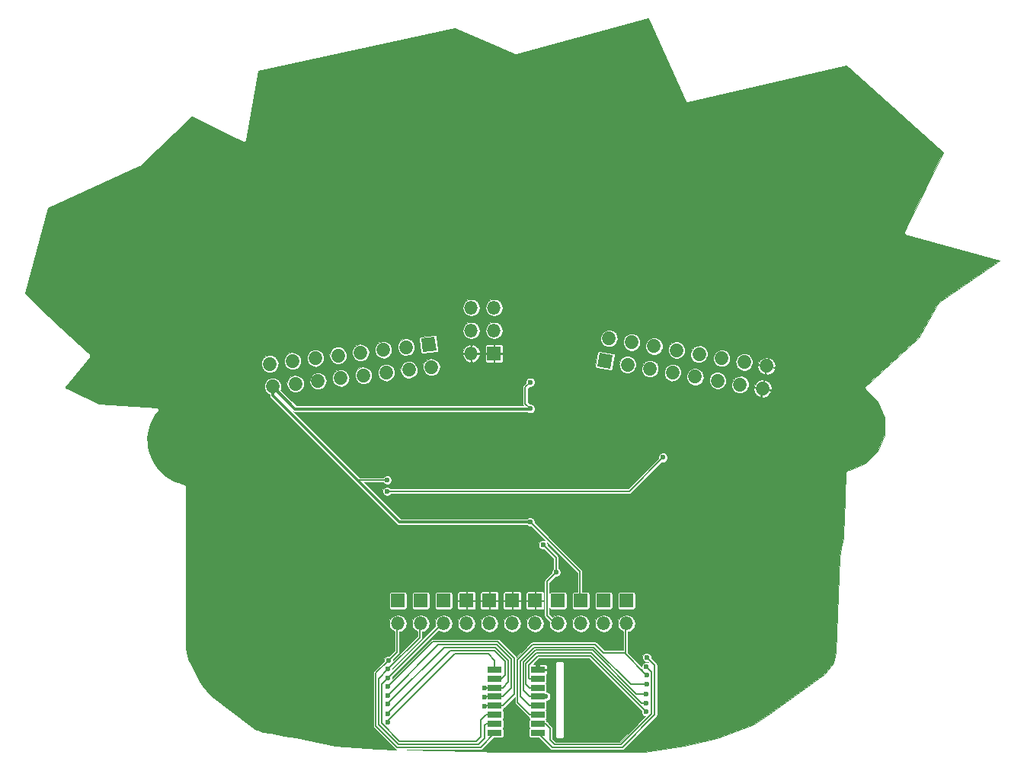
<source format=gbr>
G04 #@! TF.FileFunction,Copper,L2,Bot,Signal*
%FSLAX46Y46*%
G04 Gerber Fmt 4.6, Leading zero omitted, Abs format (unit mm)*
G04 Created by KiCad (PCBNEW 4.0.7) date Sun May  6 01:29:27 2018*
%MOMM*%
%LPD*%
G01*
G04 APERTURE LIST*
%ADD10C,0.100000*%
%ADD11R,1.500000X0.700000*%
%ADD12C,1.500000*%
%ADD13R,1.500000X1.500000*%
%ADD14O,1.500000X1.500000*%
%ADD15C,0.600000*%
%ADD16C,0.160000*%
%ADD17C,0.300000*%
G04 APERTURE END LIST*
D10*
D11*
X47350000Y1575000D03*
X47350000Y2575000D03*
X47350000Y3575000D03*
X47350000Y4575000D03*
X47350000Y5575000D03*
X47350000Y6575000D03*
X47350000Y7575000D03*
X47350000Y8575000D03*
X52150000Y1575000D03*
X52150000Y2575000D03*
X52150000Y3575000D03*
X52150000Y4575000D03*
X52150000Y5575000D03*
X52150000Y6575000D03*
X52150000Y7575000D03*
X52150000Y8575000D03*
D10*
G36*
X39198102Y45379725D02*
X40686922Y45562529D01*
X40869726Y44073709D01*
X39380906Y43890905D01*
X39198102Y45379725D01*
X39198102Y45379725D01*
G37*
D12*
X40343462Y42205650D02*
X40343462Y42205650D01*
X37512847Y44417169D02*
X37512847Y44417169D01*
X37822395Y41896102D02*
X37822395Y41896102D01*
X34991780Y44107621D02*
X34991780Y44107621D01*
X35301328Y41586554D02*
X35301328Y41586554D01*
X32470712Y43798073D02*
X32470712Y43798073D01*
X32780260Y41277005D02*
X32780260Y41277005D01*
X29949645Y43488524D02*
X29949645Y43488524D01*
X30259193Y40967457D02*
X30259193Y40967457D01*
X27428578Y43178976D02*
X27428578Y43178976D01*
X27738126Y40657909D02*
X27738126Y40657909D01*
X24907511Y42869428D02*
X24907511Y42869428D01*
X25217059Y40348361D02*
X25217059Y40348361D01*
X22386443Y42559880D02*
X22386443Y42559880D01*
X22695992Y40038813D02*
X22695992Y40038813D01*
D13*
X47290000Y43710000D03*
D14*
X44750000Y43710000D03*
X47290000Y46250000D03*
X44750000Y46250000D03*
X47290000Y48790000D03*
X44750000Y48790000D03*
D10*
G36*
X60238069Y42027945D02*
X58760857Y42288417D01*
X59021329Y43765629D01*
X60498541Y43505157D01*
X60238069Y42027945D01*
X60238069Y42027945D01*
G37*
D12*
X60070765Y45398199D02*
X60070765Y45398199D01*
X62131111Y42455721D02*
X62131111Y42455721D01*
X62572177Y44957132D02*
X62572177Y44957132D01*
X64632522Y42014654D02*
X64632522Y42014654D01*
X65073589Y44516066D02*
X65073589Y44516066D01*
X67133934Y41573588D02*
X67133934Y41573588D01*
X67575000Y44075000D02*
X67575000Y44075000D01*
X69635346Y41132522D02*
X69635346Y41132522D01*
X70076412Y43633933D02*
X70076412Y43633933D01*
X72136757Y40691455D02*
X72136757Y40691455D01*
X72577824Y43192867D02*
X72577824Y43192867D01*
X74638169Y40250389D02*
X74638169Y40250389D01*
X75079236Y42751800D02*
X75079236Y42751800D01*
X77139581Y39809322D02*
X77139581Y39809322D01*
X77580647Y42310734D02*
X77580647Y42310734D01*
D13*
X59460000Y16250000D03*
D14*
X59460000Y13710000D03*
D13*
X62000000Y16250000D03*
D14*
X62000000Y13710000D03*
D13*
X51840000Y16250000D03*
D14*
X51840000Y13710000D03*
D13*
X54380000Y16250000D03*
D14*
X54380000Y13710000D03*
D13*
X56920000Y16250000D03*
D14*
X56920000Y13710000D03*
D13*
X36600000Y16250000D03*
D14*
X36600000Y13710000D03*
D13*
X39140000Y16250000D03*
D14*
X39140000Y13710000D03*
D13*
X44220000Y16250000D03*
D14*
X44220000Y13710000D03*
D13*
X41680000Y16250000D03*
D14*
X41680000Y13710000D03*
D13*
X46760000Y16250000D03*
D14*
X46760000Y13710000D03*
D13*
X49300000Y16250000D03*
D14*
X49300000Y13710000D03*
D15*
X61987300Y18987300D03*
X53300000Y25000000D03*
X50824998Y19950002D03*
X45725000Y22475000D03*
X51325000Y39575000D03*
X52150000Y9075000D03*
X51325000Y37575000D03*
X51325002Y40525000D03*
X35475000Y2725000D03*
X51300000Y25000000D03*
X35425000Y29650000D03*
X35399998Y28400000D03*
X64250000Y9940000D03*
X66075000Y32150000D03*
X35450001Y3700001D03*
X64275000Y7950000D03*
X64250000Y6950000D03*
X53049996Y5575000D03*
X64225000Y5900000D03*
X64200000Y4875000D03*
X64200000Y3875000D03*
X35550000Y9599996D03*
X35525000Y8650000D03*
X35500000Y7675000D03*
X46250000Y4475000D03*
X35500000Y6675000D03*
X35475000Y4800000D03*
X46225000Y6550000D03*
X64225000Y8900000D03*
X46250000Y5525000D03*
X35450000Y5725000D03*
X54175000Y19400000D03*
X52725000Y22475000D03*
D16*
X52150000Y8575000D02*
X52150000Y9075000D01*
X56820000Y16250000D02*
X56820000Y19480000D01*
X51325002Y40525000D02*
X50750000Y39949998D01*
X50750000Y39949998D02*
X50750000Y38150000D01*
X50750000Y38150000D02*
X51325000Y37575000D01*
X51300000Y37550000D02*
X51325000Y37575000D01*
X56820000Y17045000D02*
X56820000Y16250000D01*
X35475000Y2725000D02*
X35475000Y2875000D01*
X35475000Y2875000D02*
X42925000Y10325000D01*
X42925000Y10325000D02*
X46650000Y10325000D01*
X46650000Y10325000D02*
X47350000Y9625000D01*
X47350000Y9625000D02*
X47350000Y8575000D01*
X56820000Y19480000D02*
X51599999Y24700001D01*
X50975736Y37550000D02*
X51300000Y37550000D01*
D17*
X25184805Y37550000D02*
X50975736Y37550000D01*
X50875736Y25000000D02*
X51300000Y25000000D01*
D16*
X51599999Y24700001D02*
X51300000Y25000000D01*
X35425000Y29650000D02*
X32098648Y29650000D01*
D17*
X36748648Y25000000D02*
X50875736Y25000000D01*
X22695992Y39052656D02*
X32048648Y29700000D01*
X32048648Y29700000D02*
X36748648Y25000000D01*
D16*
X32098648Y29650000D02*
X32048648Y29700000D01*
D17*
X22695992Y40038813D02*
X22695992Y39052656D01*
X22695992Y40038813D02*
X25184805Y37550000D01*
X22695992Y40038813D02*
X24150000Y38584805D01*
D16*
X35824262Y28400000D02*
X35399998Y28400000D01*
X62325000Y28400000D02*
X35824262Y28400000D01*
X65135010Y8964990D02*
X65135010Y8790000D01*
X65135010Y8790000D02*
X65135010Y3558246D01*
X64250000Y9940000D02*
X65135010Y9054990D01*
X65135010Y9054990D02*
X65135010Y8790000D01*
X65135010Y3558246D02*
X61526764Y-50000D01*
X61526764Y-50000D02*
X53750000Y-50000D01*
X53750000Y-50000D02*
X52150000Y1550000D01*
X52150000Y1550000D02*
X52150000Y1575000D01*
X66075000Y32150000D02*
X62325000Y28400000D01*
X48125000Y7575000D02*
X48550000Y8000000D01*
X48550000Y8000000D02*
X48550000Y9475000D01*
X48550000Y9475000D02*
X47310033Y10714967D01*
X42464967Y10714967D02*
X35750000Y4000000D01*
X47350000Y7575000D02*
X48125000Y7575000D01*
X47310033Y10714967D02*
X42464967Y10714967D01*
X35750000Y4000000D02*
X35450001Y3700001D01*
X61779959Y10445041D02*
X61975000Y10250000D01*
X61975000Y10250000D02*
X63975001Y8249999D01*
X61900000Y13710000D02*
X61900000Y10325000D01*
X61900000Y10325000D02*
X61975000Y10250000D01*
X59440208Y10445044D02*
X61779959Y10445041D01*
X51612790Y11380044D02*
X58505208Y11380044D01*
X49879955Y9647209D02*
X51612790Y11380044D01*
X49879955Y4935045D02*
X49879955Y9647209D01*
X52150000Y3575000D02*
X51240000Y3575000D01*
X58505208Y11380044D02*
X59440208Y10445044D01*
X51240000Y3575000D02*
X49879955Y4935045D01*
X63684999Y8540001D02*
X63975001Y8249999D01*
X63975001Y8249999D02*
X64275000Y7950000D01*
X63825736Y6950000D02*
X64250000Y6950000D01*
X62482689Y6950000D02*
X63825736Y6950000D01*
X50199966Y9514657D02*
X51745342Y11060033D01*
X50199966Y5615034D02*
X50199966Y9514657D01*
X52150000Y4575000D02*
X51240000Y4575000D01*
X51240000Y4575000D02*
X50199966Y5615034D01*
X58372656Y11060033D02*
X62482689Y6950000D01*
X51745342Y11060033D02*
X58372656Y11060033D01*
X52150000Y5575000D02*
X53049996Y5575000D01*
X63800736Y5900000D02*
X64225000Y5900000D01*
X58240104Y10740022D02*
X63080126Y5900000D01*
X51877894Y10740022D02*
X58240104Y10740022D01*
X50519979Y6295021D02*
X50519978Y6842459D01*
X50519977Y9382105D02*
X51877894Y10740022D01*
X50519978Y6842459D02*
X50519977Y9382105D01*
X52150000Y5575000D02*
X51240000Y5575000D01*
X51240000Y5575000D02*
X50519979Y6295021D01*
X63080126Y5900000D02*
X63800736Y5900000D01*
X63652563Y4875000D02*
X63775736Y4875000D01*
X58107552Y10420011D02*
X63652563Y4875000D01*
X63775736Y4875000D02*
X64200000Y4875000D01*
X52010446Y10420011D02*
X58107552Y10420011D01*
X50839989Y6975011D02*
X50839988Y9249553D01*
X51240000Y6575000D02*
X50839989Y6975011D01*
X52150000Y6575000D02*
X51240000Y6575000D01*
X50839988Y9249553D02*
X52010446Y10420011D01*
X63900001Y4174999D02*
X64200000Y3875000D01*
X52142998Y10100000D02*
X57975000Y10100000D01*
X57975000Y10100000D02*
X63900001Y4174999D01*
X52150000Y7575000D02*
X51240000Y7575000D01*
X51240000Y7575000D02*
X51159999Y7655001D01*
X51159999Y9117001D02*
X52142998Y10100000D01*
X51159999Y7655001D02*
X51159999Y9117001D01*
X35550000Y9599996D02*
X34150299Y8200295D01*
X36520672Y-25000D02*
X45775000Y-25000D01*
X34150299Y8200295D02*
X34150299Y2345373D01*
X34150299Y2345373D02*
X36520672Y-25000D01*
X45775000Y-25000D02*
X47350000Y1550000D01*
X47350000Y1550000D02*
X47350000Y1575000D01*
X35550000Y9599996D02*
X36500000Y10549996D01*
X36500000Y10549996D02*
X36500000Y13729048D01*
X36250000Y13729048D02*
X36500000Y13729048D01*
X35525000Y8650000D02*
X39040000Y12165000D01*
X39040000Y12165000D02*
X39040000Y12934048D01*
X39040000Y12934048D02*
X39040000Y13729048D01*
X35525000Y8650000D02*
X34470310Y7595310D01*
X34470310Y7595310D02*
X34470310Y2477925D01*
X34470310Y2477925D02*
X36653224Y295011D01*
X36653224Y295011D02*
X45545011Y295011D01*
X45545011Y295011D02*
X46225000Y975000D01*
X46225000Y975000D02*
X46225000Y2360000D01*
X46225000Y2360000D02*
X46440000Y2575000D01*
X46440000Y2575000D02*
X47350000Y2575000D01*
X35500000Y7675000D02*
X34790321Y6965321D01*
X34790321Y6965321D02*
X34790321Y2610477D01*
X45850000Y2985000D02*
X46440000Y3575000D01*
X34790321Y2610477D02*
X36785776Y615022D01*
X36785776Y615022D02*
X45340022Y615022D01*
X45340022Y615022D02*
X45850000Y1125000D01*
X45850000Y1125000D02*
X45850000Y2985000D01*
X46440000Y3575000D02*
X47350000Y3575000D01*
X35500000Y7675000D02*
X41554048Y13729048D01*
X41580000Y13729048D02*
X41554048Y13729048D01*
X47225000Y3575000D02*
X47350000Y3575000D01*
X47707689Y11675000D02*
X49510033Y9872656D01*
X35500000Y6675000D02*
X40500000Y11675000D01*
X40500000Y11675000D02*
X47707689Y11675000D01*
X49510033Y5825033D02*
X48260000Y4575000D01*
X49510033Y9872656D02*
X49510033Y5825033D01*
X48260000Y4575000D02*
X47350000Y4575000D01*
X47350000Y4575000D02*
X46350000Y4575000D01*
X46350000Y4575000D02*
X46250000Y4475000D01*
X41709978Y11034978D02*
X35774999Y5099999D01*
X47442585Y11034978D02*
X41709978Y11034978D01*
X48870011Y9607552D02*
X47442585Y11034978D01*
X48870011Y7185011D02*
X48870011Y9607552D01*
X47350000Y6575000D02*
X48260000Y6575000D01*
X35774999Y5099999D02*
X35475000Y4800000D01*
X48260000Y6575000D02*
X48870011Y7185011D01*
X47350000Y6575000D02*
X46250000Y6575000D01*
X46250000Y6575000D02*
X46225000Y6550000D01*
X64815001Y8309999D02*
X64225000Y8900000D01*
X61394212Y270010D02*
X64815001Y3690799D01*
X54004990Y270010D02*
X61394212Y270010D01*
X64815001Y3690799D02*
X64815001Y8309999D01*
X52150000Y2575000D02*
X52975000Y2575000D01*
X52975000Y2575000D02*
X53500000Y2050000D01*
X53500000Y2050000D02*
X53500000Y775000D01*
X53500000Y775000D02*
X54004990Y270010D01*
X52682002Y2575000D02*
X52150000Y2575000D01*
X49190022Y6505022D02*
X48260000Y5575000D01*
X48260000Y5575000D02*
X47350000Y5575000D01*
X49190022Y9740104D02*
X49190022Y6505022D01*
X41079989Y11354989D02*
X47575137Y11354989D01*
X47575137Y11354989D02*
X49190022Y9740104D01*
X35450000Y5725000D02*
X41079989Y11354989D01*
X47350000Y5575000D02*
X46300000Y5575000D01*
X46300000Y5575000D02*
X46250000Y5525000D01*
X54175000Y19824264D02*
X54175000Y19400000D01*
X54175000Y21025000D02*
X54175000Y19824264D01*
X52725000Y22475000D02*
X54175000Y21025000D01*
X54280000Y13729048D02*
X54030000Y13729048D01*
X53154999Y14604049D02*
X53154999Y18379997D01*
X54030000Y13729048D02*
X53154999Y14604049D01*
X53154999Y18379997D02*
X54175000Y19399998D01*
D10*
G36*
X68595168Y71756894D02*
X68607991Y71739044D01*
X68617054Y71719020D01*
X68633352Y71703742D01*
X68646389Y71685595D01*
X68665071Y71674009D01*
X68681104Y71658980D01*
X68702008Y71651102D01*
X68720997Y71639326D01*
X68742689Y71635771D01*
X68763255Y71628021D01*
X68785582Y71628742D01*
X68807632Y71625129D01*
X68829032Y71630146D01*
X68851000Y71630856D01*
X86461549Y75729221D01*
X97222663Y66022156D01*
X92873416Y57249945D01*
X92867814Y57229216D01*
X92858159Y57210041D01*
X92856475Y57187256D01*
X92850513Y57165194D01*
X92853270Y57143899D01*
X92851688Y57122489D01*
X92858853Y57100792D01*
X92861787Y57078130D01*
X92872483Y57059512D01*
X92879215Y57039125D01*
X92894137Y57021821D01*
X92905520Y57002008D01*
X92922526Y56988901D01*
X92936548Y56972641D01*
X92956957Y56962365D01*
X92975055Y56948416D01*
X92995784Y56942814D01*
X93014959Y56933159D01*
X103475326Y54036810D01*
X96722366Y49385296D01*
X96717492Y49380282D01*
X96711252Y49377127D01*
X96687052Y49348970D01*
X96661172Y49322348D01*
X96658588Y49315851D01*
X96654030Y49310548D01*
X94471788Y45442027D01*
X88568509Y40066360D01*
X88565304Y40062018D01*
X88560820Y40059018D01*
X88539350Y40026850D01*
X88516377Y39995723D01*
X88515078Y39990485D01*
X88512083Y39985998D01*
X88504556Y39948057D01*
X88495246Y39910514D01*
X88496050Y39905179D01*
X88495000Y39899885D01*
X88502567Y39861944D01*
X88508331Y39823704D01*
X88511115Y39819083D01*
X88512171Y39813790D01*
X88533677Y39781639D01*
X88553640Y39748509D01*
X88557982Y39745304D01*
X88560982Y39740820D01*
X89956392Y38346832D01*
X90694979Y36566293D01*
X90695960Y34638646D01*
X89959189Y32857354D01*
X88596831Y31493607D01*
X86797838Y30747366D01*
X86587968Y30710508D01*
X86571889Y30704268D01*
X86552510Y30701235D01*
X86532315Y30688910D01*
X86506124Y30678746D01*
X86489288Y30662651D01*
X86477572Y30655501D01*
X86467814Y30642123D01*
X86442666Y30618081D01*
X86431034Y30591693D01*
X86425840Y30584572D01*
X86423339Y30574238D01*
X86407254Y30537749D01*
X86406510Y30504700D01*
X86405190Y30499244D01*
X86185215Y25149848D01*
X86125340Y23872514D01*
X86105467Y23564486D01*
X86105966Y23560725D01*
X86105110Y23557028D01*
X86095110Y23237028D01*
X86097550Y23222386D01*
X86096117Y23207612D01*
X86103135Y23137433D01*
X86061390Y22886961D01*
X86054995Y22872145D01*
X85979994Y22522144D01*
X85979941Y22518571D01*
X85978629Y22515249D01*
X85728629Y21140249D01*
X85728886Y21124652D01*
X85725201Y21109499D01*
X85275978Y10477884D01*
X85040867Y9349351D01*
X84019239Y8090135D01*
X77645558Y3509051D01*
X76145082Y2475937D01*
X72060320Y941057D01*
X68431860Y120925D01*
X64056589Y-600000D01*
X48253016Y-600000D01*
X37632016Y-315000D01*
X45775000Y-315000D01*
X45885978Y-292925D01*
X45980061Y-230061D01*
X47221008Y1010886D01*
X48100000Y1010886D01*
X48177821Y1025529D01*
X48249295Y1071521D01*
X48297245Y1141698D01*
X48314114Y1225000D01*
X48314114Y1925000D01*
X48299471Y2002821D01*
X48253479Y2074295D01*
X48251919Y2075361D01*
X48297245Y2141698D01*
X48314114Y2225000D01*
X48314114Y2925000D01*
X48299471Y3002821D01*
X48253479Y3074295D01*
X48251919Y3075361D01*
X48297245Y3141698D01*
X48314114Y3225000D01*
X48314114Y3925000D01*
X48299471Y4002821D01*
X48253479Y4074295D01*
X48251919Y4075361D01*
X48297245Y4141698D01*
X48314114Y4225000D01*
X48314114Y4295764D01*
X48370978Y4307075D01*
X48465061Y4369939D01*
X49589955Y5494833D01*
X49589955Y4935045D01*
X49612030Y4824067D01*
X49674894Y4729984D01*
X51034939Y3369939D01*
X51129022Y3307075D01*
X51185886Y3295764D01*
X51185886Y3225000D01*
X51200529Y3147179D01*
X51246521Y3075705D01*
X51248081Y3074639D01*
X51202755Y3008302D01*
X51185886Y2925000D01*
X51185886Y2225000D01*
X51200529Y2147179D01*
X51246521Y2075705D01*
X51248081Y2074639D01*
X51202755Y2008302D01*
X51185886Y1925000D01*
X51185886Y1225000D01*
X51200529Y1147179D01*
X51246521Y1075705D01*
X51316698Y1027755D01*
X51400000Y1010886D01*
X52278992Y1010886D01*
X53544939Y-255061D01*
X53639022Y-317925D01*
X53750000Y-340000D01*
X61526764Y-340000D01*
X61637742Y-317925D01*
X61731825Y-255061D01*
X65340071Y3353185D01*
X65402935Y3447267D01*
X65425010Y3558246D01*
X65425010Y9054990D01*
X65402935Y9165968D01*
X65340071Y9260051D01*
X64759913Y9840209D01*
X64760088Y10041000D01*
X64682609Y10228514D01*
X64539269Y10372104D01*
X64351890Y10449911D01*
X64149000Y10450088D01*
X63961486Y10372609D01*
X63817896Y10229269D01*
X63740089Y10041890D01*
X63739912Y9839000D01*
X63817391Y9651486D01*
X63960731Y9507896D01*
X64148110Y9430089D01*
X64349965Y9429913D01*
X64400556Y9379322D01*
X64326890Y9409911D01*
X64124000Y9410088D01*
X63936486Y9332609D01*
X63792896Y9189269D01*
X63715089Y9001890D01*
X63715018Y8920104D01*
X62190000Y10445122D01*
X62190000Y12784052D01*
X62386184Y12823076D01*
X62697631Y13031177D01*
X62905732Y13342624D01*
X62978808Y13710000D01*
X62905732Y14077376D01*
X62697631Y14388823D01*
X62386184Y14596924D01*
X62018808Y14670000D01*
X61981192Y14670000D01*
X61613816Y14596924D01*
X61302369Y14388823D01*
X61094268Y14077376D01*
X61021192Y13710000D01*
X61094268Y13342624D01*
X61302369Y13031177D01*
X61610000Y12825626D01*
X61610000Y10735041D01*
X59560330Y10735044D01*
X58710269Y11585105D01*
X58616186Y11647969D01*
X58505208Y11670044D01*
X51612790Y11670044D01*
X51501812Y11647969D01*
X51407729Y11585105D01*
X49782653Y9960029D01*
X49777958Y9983635D01*
X49715094Y10077717D01*
X47912750Y11880061D01*
X47818667Y11942925D01*
X47707689Y11965000D01*
X40500000Y11965000D01*
X40389022Y11942925D01*
X40294939Y11880061D01*
X36009930Y7595052D01*
X36010087Y7774965D01*
X41152573Y12917451D01*
X41293816Y12823076D01*
X41661192Y12750000D01*
X41698808Y12750000D01*
X42066184Y12823076D01*
X42377631Y13031177D01*
X42585732Y13342624D01*
X42658808Y13710000D01*
X43241192Y13710000D01*
X43314268Y13342624D01*
X43522369Y13031177D01*
X43833816Y12823076D01*
X44201192Y12750000D01*
X44238808Y12750000D01*
X44606184Y12823076D01*
X44917631Y13031177D01*
X45125732Y13342624D01*
X45198808Y13710000D01*
X45781192Y13710000D01*
X45854268Y13342624D01*
X46062369Y13031177D01*
X46373816Y12823076D01*
X46741192Y12750000D01*
X46778808Y12750000D01*
X47146184Y12823076D01*
X47457631Y13031177D01*
X47665732Y13342624D01*
X47738808Y13710000D01*
X48321192Y13710000D01*
X48394268Y13342624D01*
X48602369Y13031177D01*
X48913816Y12823076D01*
X49281192Y12750000D01*
X49318808Y12750000D01*
X49686184Y12823076D01*
X49997631Y13031177D01*
X50205732Y13342624D01*
X50278808Y13710000D01*
X50861192Y13710000D01*
X50934268Y13342624D01*
X51142369Y13031177D01*
X51453816Y12823076D01*
X51821192Y12750000D01*
X51858808Y12750000D01*
X52226184Y12823076D01*
X52537631Y13031177D01*
X52745732Y13342624D01*
X52818808Y13710000D01*
X52745732Y14077376D01*
X52537631Y14388823D01*
X52226184Y14596924D01*
X51858808Y14670000D01*
X51821192Y14670000D01*
X51453816Y14596924D01*
X51142369Y14388823D01*
X50934268Y14077376D01*
X50861192Y13710000D01*
X50278808Y13710000D01*
X50205732Y14077376D01*
X49997631Y14388823D01*
X49686184Y14596924D01*
X49318808Y14670000D01*
X49281192Y14670000D01*
X48913816Y14596924D01*
X48602369Y14388823D01*
X48394268Y14077376D01*
X48321192Y13710000D01*
X47738808Y13710000D01*
X47665732Y14077376D01*
X47457631Y14388823D01*
X47146184Y14596924D01*
X46778808Y14670000D01*
X46741192Y14670000D01*
X46373816Y14596924D01*
X46062369Y14388823D01*
X45854268Y14077376D01*
X45781192Y13710000D01*
X45198808Y13710000D01*
X45125732Y14077376D01*
X44917631Y14388823D01*
X44606184Y14596924D01*
X44238808Y14670000D01*
X44201192Y14670000D01*
X43833816Y14596924D01*
X43522369Y14388823D01*
X43314268Y14077376D01*
X43241192Y13710000D01*
X42658808Y13710000D01*
X42585732Y14077376D01*
X42377631Y14388823D01*
X42066184Y14596924D01*
X41698808Y14670000D01*
X41661192Y14670000D01*
X41293816Y14596924D01*
X40982369Y14388823D01*
X40774268Y14077376D01*
X40701192Y13710000D01*
X40771486Y13356608D01*
X36034974Y8620096D01*
X36035087Y8749965D01*
X39245061Y11959939D01*
X39307925Y12054022D01*
X39330000Y12165000D01*
X39330000Y12784052D01*
X39526184Y12823076D01*
X39837631Y13031177D01*
X40045732Y13342624D01*
X40118808Y13710000D01*
X40045732Y14077376D01*
X39837631Y14388823D01*
X39526184Y14596924D01*
X39158808Y14670000D01*
X39121192Y14670000D01*
X38753816Y14596924D01*
X38442369Y14388823D01*
X38234268Y14077376D01*
X38161192Y13710000D01*
X38234268Y13342624D01*
X38442369Y13031177D01*
X38750000Y12825626D01*
X38750000Y12285122D01*
X36059996Y9595118D01*
X36060087Y9699961D01*
X36705061Y10344935D01*
X36767925Y10439018D01*
X36790000Y10549996D01*
X36790000Y12784052D01*
X36986184Y12823076D01*
X37297631Y13031177D01*
X37505732Y13342624D01*
X37578808Y13710000D01*
X37505732Y14077376D01*
X37297631Y14388823D01*
X36986184Y14596924D01*
X36618808Y14670000D01*
X36581192Y14670000D01*
X36213816Y14596924D01*
X35902369Y14388823D01*
X35694268Y14077376D01*
X35621192Y13710000D01*
X35694268Y13342624D01*
X35902369Y13031177D01*
X36210000Y12825626D01*
X36210000Y10670118D01*
X35649791Y10109909D01*
X35449000Y10110084D01*
X35261486Y10032605D01*
X35117896Y9889265D01*
X35040089Y9701886D01*
X35039913Y9500031D01*
X33945238Y8405356D01*
X33882374Y8311273D01*
X33860299Y8200295D01*
X33860299Y2345373D01*
X33882374Y2234395D01*
X33945238Y2140312D01*
X36315611Y-230061D01*
X36392972Y-281752D01*
X34285858Y-225210D01*
X29657360Y98287D01*
X25273677Y1069671D01*
X25261713Y1069931D01*
X25250310Y1073572D01*
X23934783Y1222500D01*
X22444126Y1520631D01*
X22441524Y1520634D01*
X22439102Y1521576D01*
X21613120Y1667338D01*
X21210669Y1833053D01*
X21187949Y1837523D01*
X21166465Y1846146D01*
X20811600Y1912683D01*
X20481143Y2132987D01*
X15951190Y5617567D01*
X15079391Y6537800D01*
X14695025Y7162393D01*
X13311965Y9730934D01*
X13025000Y10926621D01*
X13025000Y17000000D01*
X35635886Y17000000D01*
X35635886Y15500000D01*
X35650529Y15422179D01*
X35696521Y15350705D01*
X35766698Y15302755D01*
X35850000Y15285886D01*
X37350000Y15285886D01*
X37427821Y15300529D01*
X37499295Y15346521D01*
X37547245Y15416698D01*
X37564114Y15500000D01*
X37564114Y17000000D01*
X38175886Y17000000D01*
X38175886Y15500000D01*
X38190529Y15422179D01*
X38236521Y15350705D01*
X38306698Y15302755D01*
X38390000Y15285886D01*
X39890000Y15285886D01*
X39967821Y15300529D01*
X40039295Y15346521D01*
X40087245Y15416698D01*
X40104114Y15500000D01*
X40104114Y17000000D01*
X40715886Y17000000D01*
X40715886Y15500000D01*
X40730529Y15422179D01*
X40776521Y15350705D01*
X40846698Y15302755D01*
X40930000Y15285886D01*
X42430000Y15285886D01*
X42507821Y15300529D01*
X42579295Y15346521D01*
X42627245Y15416698D01*
X42644114Y15500000D01*
X42644114Y16137500D01*
X43220000Y16137500D01*
X43220000Y15450272D01*
X43258060Y15358386D01*
X43328386Y15288060D01*
X43420272Y15250000D01*
X44107500Y15250000D01*
X44170000Y15312500D01*
X44170000Y16200000D01*
X44270000Y16200000D01*
X44270000Y15312500D01*
X44332500Y15250000D01*
X45019728Y15250000D01*
X45111614Y15288060D01*
X45181940Y15358386D01*
X45220000Y15450272D01*
X45220000Y16137500D01*
X45760000Y16137500D01*
X45760000Y15450272D01*
X45798060Y15358386D01*
X45868386Y15288060D01*
X45960272Y15250000D01*
X46647500Y15250000D01*
X46710000Y15312500D01*
X46710000Y16200000D01*
X46810000Y16200000D01*
X46810000Y15312500D01*
X46872500Y15250000D01*
X47559728Y15250000D01*
X47651614Y15288060D01*
X47721940Y15358386D01*
X47760000Y15450272D01*
X47760000Y16137500D01*
X48300000Y16137500D01*
X48300000Y15450272D01*
X48338060Y15358386D01*
X48408386Y15288060D01*
X48500272Y15250000D01*
X49187500Y15250000D01*
X49250000Y15312500D01*
X49250000Y16200000D01*
X49350000Y16200000D01*
X49350000Y15312500D01*
X49412500Y15250000D01*
X50099728Y15250000D01*
X50191614Y15288060D01*
X50261940Y15358386D01*
X50300000Y15450272D01*
X50300000Y16137500D01*
X50840000Y16137500D01*
X50840000Y15450272D01*
X50878060Y15358386D01*
X50948386Y15288060D01*
X51040272Y15250000D01*
X51727500Y15250000D01*
X51790000Y15312500D01*
X51790000Y16200000D01*
X51890000Y16200000D01*
X51890000Y15312500D01*
X51952500Y15250000D01*
X52639728Y15250000D01*
X52731614Y15288060D01*
X52801940Y15358386D01*
X52840000Y15450272D01*
X52840000Y16137500D01*
X52777500Y16200000D01*
X51890000Y16200000D01*
X51790000Y16200000D01*
X50902500Y16200000D01*
X50840000Y16137500D01*
X50300000Y16137500D01*
X50237500Y16200000D01*
X49350000Y16200000D01*
X49250000Y16200000D01*
X48362500Y16200000D01*
X48300000Y16137500D01*
X47760000Y16137500D01*
X47697500Y16200000D01*
X46810000Y16200000D01*
X46710000Y16200000D01*
X45822500Y16200000D01*
X45760000Y16137500D01*
X45220000Y16137500D01*
X45157500Y16200000D01*
X44270000Y16200000D01*
X44170000Y16200000D01*
X43282500Y16200000D01*
X43220000Y16137500D01*
X42644114Y16137500D01*
X42644114Y17000000D01*
X42634758Y17049728D01*
X43220000Y17049728D01*
X43220000Y16362500D01*
X43282500Y16300000D01*
X44170000Y16300000D01*
X44170000Y17187500D01*
X44270000Y17187500D01*
X44270000Y16300000D01*
X45157500Y16300000D01*
X45220000Y16362500D01*
X45220000Y17049728D01*
X45760000Y17049728D01*
X45760000Y16362500D01*
X45822500Y16300000D01*
X46710000Y16300000D01*
X46710000Y17187500D01*
X46810000Y17187500D01*
X46810000Y16300000D01*
X47697500Y16300000D01*
X47760000Y16362500D01*
X47760000Y17049728D01*
X48300000Y17049728D01*
X48300000Y16362500D01*
X48362500Y16300000D01*
X49250000Y16300000D01*
X49250000Y17187500D01*
X49350000Y17187500D01*
X49350000Y16300000D01*
X50237500Y16300000D01*
X50300000Y16362500D01*
X50300000Y17049728D01*
X50840000Y17049728D01*
X50840000Y16362500D01*
X50902500Y16300000D01*
X51790000Y16300000D01*
X51790000Y17187500D01*
X51890000Y17187500D01*
X51890000Y16300000D01*
X52777500Y16300000D01*
X52840000Y16362500D01*
X52840000Y17049728D01*
X52801940Y17141614D01*
X52731614Y17211940D01*
X52639728Y17250000D01*
X51952500Y17250000D01*
X51890000Y17187500D01*
X51790000Y17187500D01*
X51727500Y17250000D01*
X51040272Y17250000D01*
X50948386Y17211940D01*
X50878060Y17141614D01*
X50840000Y17049728D01*
X50300000Y17049728D01*
X50261940Y17141614D01*
X50191614Y17211940D01*
X50099728Y17250000D01*
X49412500Y17250000D01*
X49350000Y17187500D01*
X49250000Y17187500D01*
X49187500Y17250000D01*
X48500272Y17250000D01*
X48408386Y17211940D01*
X48338060Y17141614D01*
X48300000Y17049728D01*
X47760000Y17049728D01*
X47721940Y17141614D01*
X47651614Y17211940D01*
X47559728Y17250000D01*
X46872500Y17250000D01*
X46810000Y17187500D01*
X46710000Y17187500D01*
X46647500Y17250000D01*
X45960272Y17250000D01*
X45868386Y17211940D01*
X45798060Y17141614D01*
X45760000Y17049728D01*
X45220000Y17049728D01*
X45181940Y17141614D01*
X45111614Y17211940D01*
X45019728Y17250000D01*
X44332500Y17250000D01*
X44270000Y17187500D01*
X44170000Y17187500D01*
X44107500Y17250000D01*
X43420272Y17250000D01*
X43328386Y17211940D01*
X43258060Y17141614D01*
X43220000Y17049728D01*
X42634758Y17049728D01*
X42629471Y17077821D01*
X42583479Y17149295D01*
X42513302Y17197245D01*
X42430000Y17214114D01*
X40930000Y17214114D01*
X40852179Y17199471D01*
X40780705Y17153479D01*
X40732755Y17083302D01*
X40715886Y17000000D01*
X40104114Y17000000D01*
X40089471Y17077821D01*
X40043479Y17149295D01*
X39973302Y17197245D01*
X39890000Y17214114D01*
X38390000Y17214114D01*
X38312179Y17199471D01*
X38240705Y17153479D01*
X38192755Y17083302D01*
X38175886Y17000000D01*
X37564114Y17000000D01*
X37549471Y17077821D01*
X37503479Y17149295D01*
X37433302Y17197245D01*
X37350000Y17214114D01*
X35850000Y17214114D01*
X35772179Y17199471D01*
X35700705Y17153479D01*
X35652755Y17083302D01*
X35635886Y17000000D01*
X13025000Y17000000D01*
X13025000Y21048850D01*
X13074989Y26047750D01*
X13074695Y26049308D01*
X13074998Y26050862D01*
X13064998Y28660862D01*
X13061995Y28675664D01*
X13062890Y28690743D01*
X13022890Y28980743D01*
X13013038Y29009188D01*
X13006807Y29038632D01*
X12998795Y29050312D01*
X12994158Y29063700D01*
X12974171Y29086210D01*
X12957147Y29111027D01*
X12945275Y29118752D01*
X12935868Y29129346D01*
X12908790Y29142492D01*
X12883563Y29158907D01*
X12633563Y29258907D01*
X12619695Y29261490D01*
X12607006Y29267659D01*
X12197307Y29374961D01*
X11807387Y29517615D01*
X11369600Y29726991D01*
X10650548Y30187184D01*
X9933356Y30885251D01*
X9369134Y31717240D01*
X8955630Y32717341D01*
X8832018Y33287861D01*
X8774784Y33745739D01*
X8765308Y34361684D01*
X8968165Y35491889D01*
X9156417Y36018994D01*
X9580394Y36818769D01*
X9969593Y37334458D01*
X9979025Y37353976D01*
X9992154Y37371214D01*
X9997936Y37393108D01*
X10007792Y37413503D01*
X10009037Y37435142D01*
X10014570Y37456095D01*
X10011533Y37478540D01*
X10012833Y37501149D01*
X10005704Y37521613D01*
X10002797Y37543093D01*
X9991401Y37562667D01*
X9983951Y37584052D01*
X9969531Y37600233D01*
X9958627Y37618962D01*
X9940613Y37632682D01*
X9925542Y37649593D01*
X9906024Y37659025D01*
X9888786Y37672154D01*
X9866892Y37677936D01*
X9846497Y37687792D01*
X9824858Y37689037D01*
X9803905Y37694570D01*
X3388825Y38091789D01*
X-347437Y39927471D01*
X-336873Y39940494D01*
X21740855Y39940494D01*
X21745439Y39903158D01*
X21862739Y39547425D01*
X22107243Y39263659D01*
X22335992Y39148358D01*
X22335992Y39052656D01*
X22363395Y38914890D01*
X22441434Y38798098D01*
X31794090Y29445442D01*
X36494090Y24745441D01*
X36610882Y24667403D01*
X36748648Y24640000D01*
X50938753Y24640000D01*
X51010731Y24567896D01*
X51198110Y24490089D01*
X51399965Y24489913D01*
X52960409Y22929469D01*
X52826890Y22984911D01*
X52624000Y22985088D01*
X52436486Y22907609D01*
X52292896Y22764269D01*
X52215089Y22576890D01*
X52214912Y22374000D01*
X52292391Y22186486D01*
X52435731Y22042896D01*
X52623110Y21965089D01*
X52824965Y21964913D01*
X53885000Y20904878D01*
X53885000Y19831126D01*
X53742896Y19689269D01*
X53665089Y19501890D01*
X53664913Y19300033D01*
X52949938Y18585058D01*
X52887074Y18490975D01*
X52864999Y18379997D01*
X52864999Y14604049D01*
X52887074Y14493071D01*
X52949938Y14398988D01*
X53440635Y13908291D01*
X53401192Y13710000D01*
X53474268Y13342624D01*
X53682369Y13031177D01*
X53993816Y12823076D01*
X54361192Y12750000D01*
X54398808Y12750000D01*
X54766184Y12823076D01*
X55077631Y13031177D01*
X55285732Y13342624D01*
X55358808Y13710000D01*
X55941192Y13710000D01*
X56014268Y13342624D01*
X56222369Y13031177D01*
X56533816Y12823076D01*
X56901192Y12750000D01*
X56938808Y12750000D01*
X57306184Y12823076D01*
X57617631Y13031177D01*
X57825732Y13342624D01*
X57898808Y13710000D01*
X58481192Y13710000D01*
X58554268Y13342624D01*
X58762369Y13031177D01*
X59073816Y12823076D01*
X59441192Y12750000D01*
X59478808Y12750000D01*
X59846184Y12823076D01*
X60157631Y13031177D01*
X60365732Y13342624D01*
X60438808Y13710000D01*
X60365732Y14077376D01*
X60157631Y14388823D01*
X59846184Y14596924D01*
X59478808Y14670000D01*
X59441192Y14670000D01*
X59073816Y14596924D01*
X58762369Y14388823D01*
X58554268Y14077376D01*
X58481192Y13710000D01*
X57898808Y13710000D01*
X57825732Y14077376D01*
X57617631Y14388823D01*
X57306184Y14596924D01*
X56938808Y14670000D01*
X56901192Y14670000D01*
X56533816Y14596924D01*
X56222369Y14388823D01*
X56014268Y14077376D01*
X55941192Y13710000D01*
X55358808Y13710000D01*
X55285732Y14077376D01*
X55077631Y14388823D01*
X54766184Y14596924D01*
X54398808Y14670000D01*
X54361192Y14670000D01*
X53993816Y14596924D01*
X53741103Y14428067D01*
X53444999Y14724171D01*
X53444999Y15399692D01*
X53476521Y15350705D01*
X53546698Y15302755D01*
X53630000Y15285886D01*
X55130000Y15285886D01*
X55207821Y15300529D01*
X55279295Y15346521D01*
X55327245Y15416698D01*
X55344114Y15500000D01*
X55344114Y17000000D01*
X55329471Y17077821D01*
X55283479Y17149295D01*
X55213302Y17197245D01*
X55130000Y17214114D01*
X53630000Y17214114D01*
X53552179Y17199471D01*
X53480705Y17153479D01*
X53444999Y17101222D01*
X53444999Y18259875D01*
X54075211Y18890087D01*
X54276000Y18889912D01*
X54463514Y18967391D01*
X54607104Y19110731D01*
X54684911Y19298110D01*
X54685088Y19501000D01*
X54607609Y19688514D01*
X54465000Y19831372D01*
X54465000Y21025000D01*
X54442925Y21135978D01*
X54380061Y21230061D01*
X53234913Y22375209D01*
X53235088Y22576000D01*
X53179610Y22710268D01*
X56530000Y19359878D01*
X56530000Y17214114D01*
X56170000Y17214114D01*
X56092179Y17199471D01*
X56020705Y17153479D01*
X55972755Y17083302D01*
X55955886Y17000000D01*
X55955886Y15500000D01*
X55970529Y15422179D01*
X56016521Y15350705D01*
X56086698Y15302755D01*
X56170000Y15285886D01*
X57670000Y15285886D01*
X57747821Y15300529D01*
X57819295Y15346521D01*
X57867245Y15416698D01*
X57884114Y15500000D01*
X57884114Y17000000D01*
X58495886Y17000000D01*
X58495886Y15500000D01*
X58510529Y15422179D01*
X58556521Y15350705D01*
X58626698Y15302755D01*
X58710000Y15285886D01*
X60210000Y15285886D01*
X60287821Y15300529D01*
X60359295Y15346521D01*
X60407245Y15416698D01*
X60424114Y15500000D01*
X60424114Y17000000D01*
X61035886Y17000000D01*
X61035886Y15500000D01*
X61050529Y15422179D01*
X61096521Y15350705D01*
X61166698Y15302755D01*
X61250000Y15285886D01*
X62750000Y15285886D01*
X62827821Y15300529D01*
X62899295Y15346521D01*
X62947245Y15416698D01*
X62964114Y15500000D01*
X62964114Y17000000D01*
X62949471Y17077821D01*
X62903479Y17149295D01*
X62833302Y17197245D01*
X62750000Y17214114D01*
X61250000Y17214114D01*
X61172179Y17199471D01*
X61100705Y17153479D01*
X61052755Y17083302D01*
X61035886Y17000000D01*
X60424114Y17000000D01*
X60409471Y17077821D01*
X60363479Y17149295D01*
X60293302Y17197245D01*
X60210000Y17214114D01*
X58710000Y17214114D01*
X58632179Y17199471D01*
X58560705Y17153479D01*
X58512755Y17083302D01*
X58495886Y17000000D01*
X57884114Y17000000D01*
X57869471Y17077821D01*
X57823479Y17149295D01*
X57753302Y17197245D01*
X57670000Y17214114D01*
X57110000Y17214114D01*
X57110000Y19480000D01*
X57087925Y19590978D01*
X57025061Y19685061D01*
X51809913Y24900209D01*
X51810088Y25101000D01*
X51732609Y25288514D01*
X51589269Y25432104D01*
X51401890Y25509911D01*
X51199000Y25510088D01*
X51011486Y25432609D01*
X50938750Y25360000D01*
X36897765Y25360000D01*
X33958765Y28299000D01*
X34889910Y28299000D01*
X34967389Y28111486D01*
X35110729Y27967896D01*
X35298108Y27890089D01*
X35500998Y27889912D01*
X35688512Y27967391D01*
X35831370Y28110000D01*
X62325000Y28110000D01*
X62435978Y28132075D01*
X62530061Y28194939D01*
X65975209Y31640087D01*
X66176000Y31639912D01*
X66363514Y31717391D01*
X66507104Y31860731D01*
X66584911Y32048110D01*
X66585088Y32251000D01*
X66507609Y32438514D01*
X66364269Y32582104D01*
X66176890Y32659911D01*
X65974000Y32660088D01*
X65786486Y32582609D01*
X65642896Y32439269D01*
X65565089Y32251890D01*
X65564913Y32050035D01*
X62204878Y28690000D01*
X35831124Y28690000D01*
X35689267Y28832104D01*
X35501888Y28909911D01*
X35298998Y28910088D01*
X35111484Y28832609D01*
X34967894Y28689269D01*
X34890087Y28501890D01*
X34889910Y28299000D01*
X33958765Y28299000D01*
X32897764Y29360000D01*
X34993874Y29360000D01*
X35135731Y29217896D01*
X35323110Y29140089D01*
X35526000Y29139912D01*
X35713514Y29217391D01*
X35857104Y29360731D01*
X35934911Y29548110D01*
X35935088Y29751000D01*
X35857609Y29938514D01*
X35714269Y30082104D01*
X35526890Y30159911D01*
X35324000Y30160088D01*
X35136486Y30082609D01*
X34993628Y29940000D01*
X32317764Y29940000D01*
X25026913Y37230851D01*
X25047039Y37217403D01*
X25184805Y37190000D01*
X50975736Y37190000D01*
X50986560Y37192153D01*
X51035731Y37142896D01*
X51223110Y37065089D01*
X51426000Y37064912D01*
X51613514Y37142391D01*
X51757104Y37285731D01*
X51834911Y37473110D01*
X51835088Y37676000D01*
X51757609Y37863514D01*
X51614269Y38007104D01*
X51426890Y38084911D01*
X51225035Y38085087D01*
X51040000Y38270122D01*
X51040000Y38878696D01*
X77026258Y38878696D01*
X77172143Y38809853D01*
X77532467Y38889728D01*
X77854474Y39110079D01*
X78067644Y39436883D01*
X78052930Y39597503D01*
X77180139Y39751399D01*
X77026258Y38878696D01*
X51040000Y38878696D01*
X51040000Y39829876D01*
X51225211Y40015087D01*
X51426002Y40014912D01*
X51613516Y40092391D01*
X51757106Y40235731D01*
X51834913Y40423110D01*
X51835090Y40626000D01*
X51757611Y40813514D01*
X51614271Y40957104D01*
X51426892Y41034911D01*
X51224002Y41035088D01*
X51036488Y40957609D01*
X50892898Y40814269D01*
X50815091Y40626890D01*
X50814915Y40425035D01*
X50544939Y40155059D01*
X50482075Y40060976D01*
X50460000Y39949998D01*
X50460000Y38150000D01*
X50482075Y38039022D01*
X50544939Y37944939D01*
X50579878Y37910000D01*
X25333922Y37910000D01*
X23575432Y39668490D01*
X23623367Y39763590D01*
X23651129Y40137133D01*
X23646545Y40174468D01*
X23621626Y40250042D01*
X24261922Y40250042D01*
X24266506Y40212706D01*
X24383806Y39856973D01*
X24628310Y39573207D01*
X24962795Y39404610D01*
X25336338Y39376848D01*
X25692071Y39494149D01*
X25975837Y39738652D01*
X26144434Y40073138D01*
X26172196Y40446681D01*
X26167612Y40484016D01*
X26142693Y40559590D01*
X26782989Y40559590D01*
X26787573Y40522254D01*
X26904873Y40166521D01*
X27149377Y39882755D01*
X27483862Y39714158D01*
X27857405Y39686396D01*
X28213138Y39803697D01*
X28496904Y40048200D01*
X28665501Y40382686D01*
X28693263Y40756229D01*
X28688679Y40793564D01*
X28663760Y40869138D01*
X29304056Y40869138D01*
X29308640Y40831802D01*
X29425940Y40476069D01*
X29670444Y40192303D01*
X30004929Y40023706D01*
X30378472Y39995944D01*
X30734205Y40113245D01*
X31017971Y40357748D01*
X31186568Y40692234D01*
X31214330Y41065777D01*
X31209746Y41103112D01*
X31184827Y41178686D01*
X31825123Y41178686D01*
X31829707Y41141350D01*
X31947007Y40785617D01*
X32191511Y40501851D01*
X32525996Y40333254D01*
X32899539Y40305492D01*
X33255272Y40422793D01*
X33539038Y40667296D01*
X33707635Y41001782D01*
X33735397Y41375325D01*
X33730813Y41412660D01*
X33705893Y41488235D01*
X34346191Y41488235D01*
X34350775Y41450899D01*
X34468075Y41095166D01*
X34712579Y40811400D01*
X35047064Y40642803D01*
X35420607Y40615041D01*
X35776340Y40732342D01*
X36060106Y40976845D01*
X36228703Y41311331D01*
X36256465Y41684874D01*
X36251881Y41722209D01*
X36226962Y41797783D01*
X36867258Y41797783D01*
X36871842Y41760447D01*
X36989142Y41404714D01*
X37233646Y41120948D01*
X37568131Y40952351D01*
X37941674Y40924589D01*
X38297407Y41041890D01*
X38581173Y41286393D01*
X38749770Y41620879D01*
X38777532Y41994422D01*
X38772948Y42031757D01*
X38748029Y42107331D01*
X39388325Y42107331D01*
X39392909Y42069995D01*
X39510209Y41714262D01*
X39754713Y41430496D01*
X40089198Y41261899D01*
X40462741Y41234137D01*
X40818474Y41351438D01*
X41102240Y41595941D01*
X41270837Y41930427D01*
X41298599Y42303970D01*
X41295944Y42325597D01*
X58549996Y42325597D01*
X58550903Y42246416D01*
X58583785Y42168041D01*
X58644569Y42108634D01*
X58723677Y42077556D01*
X60200889Y41817084D01*
X60280070Y41817991D01*
X60358445Y41850873D01*
X60417852Y41911657D01*
X60448930Y41990765D01*
X60557042Y42603905D01*
X61182430Y42603905D01*
X61190600Y42229421D01*
X61341456Y41886568D01*
X61612034Y41627545D01*
X61961139Y41491784D01*
X62335623Y41499954D01*
X62678476Y41650810D01*
X62937499Y41921388D01*
X63031394Y42162838D01*
X63683841Y42162838D01*
X63692011Y41788354D01*
X63842867Y41445501D01*
X64113445Y41186478D01*
X64462550Y41050717D01*
X64837034Y41058887D01*
X65179887Y41209743D01*
X65438910Y41480321D01*
X65532806Y41721772D01*
X66185253Y41721772D01*
X66193423Y41347288D01*
X66344279Y41004435D01*
X66614857Y40745412D01*
X66963962Y40609651D01*
X67338446Y40617821D01*
X67681299Y40768677D01*
X67940322Y41039255D01*
X68034218Y41280706D01*
X68686665Y41280706D01*
X68694835Y40906222D01*
X68845691Y40563369D01*
X69116269Y40304346D01*
X69465374Y40168585D01*
X69839858Y40176755D01*
X70182711Y40327611D01*
X70441734Y40598189D01*
X70535629Y40839639D01*
X71188076Y40839639D01*
X71196246Y40465155D01*
X71347102Y40122302D01*
X71617680Y39863279D01*
X71966785Y39727518D01*
X72341269Y39735688D01*
X72684122Y39886544D01*
X72943145Y40157122D01*
X73037041Y40398573D01*
X73689488Y40398573D01*
X73697658Y40024089D01*
X73848514Y39681236D01*
X74119092Y39422213D01*
X74468197Y39286452D01*
X74842681Y39294622D01*
X75185534Y39445478D01*
X75444557Y39716056D01*
X75468163Y39776760D01*
X76140105Y39776760D01*
X76228647Y39396756D01*
X76455869Y39079562D01*
X76767144Y38881265D01*
X76927777Y38896061D01*
X77081658Y39768764D01*
X76621628Y39849880D01*
X77197504Y39849880D01*
X78070295Y39695983D01*
X78139057Y39841884D01*
X78050515Y40221888D01*
X77823293Y40539082D01*
X77512018Y40737379D01*
X77351385Y40722583D01*
X77197504Y39849880D01*
X76621628Y39849880D01*
X76208867Y39922661D01*
X76140105Y39776760D01*
X75468163Y39776760D01*
X75580318Y40065161D01*
X75586850Y40102205D01*
X75585115Y40181761D01*
X76211518Y40181761D01*
X76226232Y40021141D01*
X77099023Y39867245D01*
X77252904Y40739948D01*
X77107019Y40808791D01*
X76746695Y40728916D01*
X76424688Y40508565D01*
X76211518Y40181761D01*
X75585115Y40181761D01*
X75578679Y40476689D01*
X75427824Y40819541D01*
X75157245Y41078564D01*
X74808141Y41214325D01*
X74433656Y41206155D01*
X74090804Y41055299D01*
X73831781Y40784721D01*
X73696020Y40435616D01*
X73689488Y40398573D01*
X73037041Y40398573D01*
X73078906Y40506227D01*
X73085438Y40543271D01*
X73077267Y40917755D01*
X72926412Y41260607D01*
X72801580Y41380108D01*
X77467324Y41380108D01*
X77613209Y41311265D01*
X77973533Y41391140D01*
X78295540Y41611491D01*
X78508710Y41938295D01*
X78493996Y42098915D01*
X77621205Y42252811D01*
X77467324Y41380108D01*
X72801580Y41380108D01*
X72655833Y41519630D01*
X72306729Y41655391D01*
X71932244Y41647221D01*
X71589392Y41496365D01*
X71330369Y41225787D01*
X71194608Y40876682D01*
X71188076Y40839639D01*
X70535629Y40839639D01*
X70577495Y40947294D01*
X70584027Y40984338D01*
X70575856Y41358822D01*
X70425001Y41701674D01*
X70154422Y41960697D01*
X69805318Y42096458D01*
X69430833Y42088288D01*
X69087981Y41937432D01*
X68828958Y41666854D01*
X68693197Y41317749D01*
X68686665Y41280706D01*
X68034218Y41280706D01*
X68076083Y41388360D01*
X68082615Y41425404D01*
X68074444Y41799888D01*
X67923589Y42142740D01*
X67653010Y42401763D01*
X67303906Y42537524D01*
X66929421Y42529354D01*
X66586569Y42378498D01*
X66327546Y42107920D01*
X66191785Y41758815D01*
X66185253Y41721772D01*
X65532806Y41721772D01*
X65574671Y41829426D01*
X65581203Y41866470D01*
X65573032Y42240954D01*
X65422177Y42583806D01*
X65151598Y42842829D01*
X64802494Y42978590D01*
X64428009Y42970420D01*
X64085157Y42819564D01*
X63826134Y42548986D01*
X63690373Y42199881D01*
X63683841Y42162838D01*
X63031394Y42162838D01*
X63073260Y42270493D01*
X63079792Y42307537D01*
X63071621Y42682021D01*
X62920766Y43024873D01*
X62650187Y43283896D01*
X62301083Y43419657D01*
X61926598Y43411487D01*
X61583746Y43260631D01*
X61324723Y42990053D01*
X61188962Y42640948D01*
X61182430Y42603905D01*
X60557042Y42603905D01*
X60709402Y43467977D01*
X60708495Y43547158D01*
X60675613Y43625533D01*
X60614829Y43684940D01*
X60535721Y43716018D01*
X59058509Y43976490D01*
X58979328Y43975583D01*
X58900953Y43942701D01*
X58841546Y43881917D01*
X58810468Y43802809D01*
X58549996Y42325597D01*
X41295944Y42325597D01*
X41294015Y42341305D01*
X41176715Y42697038D01*
X40932211Y42980804D01*
X40597726Y43149401D01*
X40224183Y43177163D01*
X39868450Y43059863D01*
X39584684Y42815359D01*
X39416087Y42480874D01*
X39388325Y42107331D01*
X38748029Y42107331D01*
X38655648Y42387490D01*
X38411144Y42671256D01*
X38076659Y42839853D01*
X37703116Y42867615D01*
X37347383Y42750315D01*
X37063617Y42505811D01*
X36895020Y42171326D01*
X36867258Y41797783D01*
X36226962Y41797783D01*
X36134581Y42077942D01*
X35890077Y42361708D01*
X35555592Y42530305D01*
X35182049Y42558067D01*
X34826316Y42440767D01*
X34542550Y42196263D01*
X34373953Y41861778D01*
X34346191Y41488235D01*
X33705893Y41488235D01*
X33613513Y41768393D01*
X33369009Y42052159D01*
X33034524Y42220756D01*
X32660981Y42248518D01*
X32305248Y42131218D01*
X32021482Y41886714D01*
X31852885Y41552229D01*
X31825123Y41178686D01*
X31184827Y41178686D01*
X31092446Y41458845D01*
X30847942Y41742611D01*
X30513457Y41911208D01*
X30139914Y41938970D01*
X29784181Y41821670D01*
X29500415Y41577166D01*
X29331818Y41242681D01*
X29304056Y40869138D01*
X28663760Y40869138D01*
X28571379Y41149297D01*
X28326875Y41433063D01*
X27992390Y41601660D01*
X27618847Y41629422D01*
X27263114Y41512122D01*
X26979348Y41267618D01*
X26810751Y40933133D01*
X26782989Y40559590D01*
X26142693Y40559590D01*
X26050312Y40839749D01*
X25805808Y41123515D01*
X25471323Y41292112D01*
X25097780Y41319874D01*
X24742047Y41202574D01*
X24458281Y40958070D01*
X24289684Y40623585D01*
X24261922Y40250042D01*
X23621626Y40250042D01*
X23529245Y40530201D01*
X23284741Y40813967D01*
X22950256Y40982564D01*
X22576713Y41010326D01*
X22220980Y40893026D01*
X21937214Y40648522D01*
X21768617Y40314037D01*
X21740855Y39940494D01*
X-336873Y39940494D01*
X1708188Y42461561D01*
X21431306Y42461561D01*
X21435890Y42424225D01*
X21553190Y42068492D01*
X21797694Y41784726D01*
X22132179Y41616129D01*
X22505722Y41588367D01*
X22861455Y41705668D01*
X23145221Y41950171D01*
X23313818Y42284657D01*
X23341580Y42658200D01*
X23336996Y42695535D01*
X23312077Y42771109D01*
X23952374Y42771109D01*
X23956958Y42733773D01*
X24074258Y42378040D01*
X24318762Y42094274D01*
X24653247Y41925677D01*
X25026790Y41897915D01*
X25382523Y42015216D01*
X25666289Y42259719D01*
X25834886Y42594205D01*
X25862648Y42967748D01*
X25858064Y43005083D01*
X25833145Y43080657D01*
X26473441Y43080657D01*
X26478025Y43043321D01*
X26595325Y42687588D01*
X26839829Y42403822D01*
X27174314Y42235225D01*
X27547857Y42207463D01*
X27903590Y42324764D01*
X28187356Y42569267D01*
X28355953Y42903753D01*
X28383715Y43277296D01*
X28379131Y43314631D01*
X28354212Y43390205D01*
X28994508Y43390205D01*
X28999092Y43352869D01*
X29116392Y42997136D01*
X29360896Y42713370D01*
X29695381Y42544773D01*
X30068924Y42517011D01*
X30424657Y42634312D01*
X30708423Y42878815D01*
X30877020Y43213301D01*
X30904782Y43586844D01*
X30900198Y43624179D01*
X30875278Y43699754D01*
X31515575Y43699754D01*
X31520159Y43662418D01*
X31637459Y43306685D01*
X31881963Y43022919D01*
X32216448Y42854322D01*
X32589991Y42826560D01*
X32945724Y42943861D01*
X33229490Y43188364D01*
X33398087Y43522850D01*
X33425849Y43896393D01*
X33421265Y43933728D01*
X33396346Y44009302D01*
X34036643Y44009302D01*
X34041227Y43971966D01*
X34158527Y43616233D01*
X34403031Y43332467D01*
X34737516Y43163870D01*
X35111059Y43136108D01*
X35466792Y43253409D01*
X35750558Y43497912D01*
X35919155Y43832398D01*
X35946917Y44205941D01*
X35942333Y44243276D01*
X35917414Y44318850D01*
X36557710Y44318850D01*
X36562294Y44281514D01*
X36679594Y43925781D01*
X36924098Y43642015D01*
X37258583Y43473418D01*
X37632126Y43445656D01*
X37810206Y43504377D01*
X43771369Y43504377D01*
X43912601Y43163397D01*
X44185520Y42884546D01*
X44544376Y42731363D01*
X44700000Y42773745D01*
X44700000Y43660000D01*
X44800000Y43660000D01*
X44800000Y42773745D01*
X44955624Y42731363D01*
X45314480Y42884546D01*
X45587399Y43163397D01*
X45728631Y43504377D01*
X45703221Y43597500D01*
X46290000Y43597500D01*
X46290000Y42910272D01*
X46328060Y42818386D01*
X46398386Y42748060D01*
X46490272Y42710000D01*
X47177500Y42710000D01*
X47240000Y42772500D01*
X47240000Y43660000D01*
X47340000Y43660000D01*
X47340000Y42772500D01*
X47402500Y42710000D01*
X48089728Y42710000D01*
X48181614Y42748060D01*
X48251940Y42818386D01*
X48290000Y42910272D01*
X48290000Y43597500D01*
X48227500Y43660000D01*
X47340000Y43660000D01*
X47240000Y43660000D01*
X46352500Y43660000D01*
X46290000Y43597500D01*
X45703221Y43597500D01*
X45686166Y43660000D01*
X44800000Y43660000D01*
X44700000Y43660000D01*
X43813834Y43660000D01*
X43771369Y43504377D01*
X37810206Y43504377D01*
X37987859Y43562957D01*
X38271625Y43807460D01*
X38440222Y44141946D01*
X38467984Y44515489D01*
X38463400Y44552824D01*
X38346100Y44908557D01*
X38101596Y45192323D01*
X37781572Y45353631D01*
X38985584Y45353631D01*
X39168388Y43864811D01*
X39192406Y43789354D01*
X39246766Y43724018D01*
X39322263Y43684978D01*
X39407000Y43678387D01*
X40895820Y43861191D01*
X40971277Y43885209D01*
X41007831Y43915623D01*
X43771369Y43915623D01*
X43813834Y43760000D01*
X44700000Y43760000D01*
X44700000Y44646255D01*
X44800000Y44646255D01*
X44800000Y43760000D01*
X45686166Y43760000D01*
X45728631Y43915623D01*
X45587399Y44256603D01*
X45339659Y44509728D01*
X46290000Y44509728D01*
X46290000Y43822500D01*
X46352500Y43760000D01*
X47240000Y43760000D01*
X47240000Y44647500D01*
X47340000Y44647500D01*
X47340000Y43760000D01*
X48227500Y43760000D01*
X48290000Y43822500D01*
X48290000Y44509728D01*
X48251940Y44601614D01*
X48181614Y44671940D01*
X48089728Y44710000D01*
X47402500Y44710000D01*
X47340000Y44647500D01*
X47240000Y44647500D01*
X47177500Y44710000D01*
X46490272Y44710000D01*
X46398386Y44671940D01*
X46328060Y44601614D01*
X46290000Y44509728D01*
X45339659Y44509728D01*
X45314480Y44535454D01*
X44955624Y44688637D01*
X44800000Y44646255D01*
X44700000Y44646255D01*
X44544376Y44688637D01*
X44185520Y44535454D01*
X43912601Y44256603D01*
X43771369Y43915623D01*
X41007831Y43915623D01*
X41036613Y43939569D01*
X41075653Y44015066D01*
X41082244Y44099803D01*
X40899440Y45588623D01*
X40875422Y45664080D01*
X40821062Y45729416D01*
X40745565Y45768456D01*
X40660828Y45775047D01*
X39172008Y45592243D01*
X39096551Y45568225D01*
X39031215Y45513865D01*
X38992175Y45438368D01*
X38985584Y45353631D01*
X37781572Y45353631D01*
X37767111Y45360920D01*
X37393568Y45388682D01*
X37037835Y45271382D01*
X36754069Y45026878D01*
X36585472Y44692393D01*
X36557710Y44318850D01*
X35917414Y44318850D01*
X35825033Y44599009D01*
X35580529Y44882775D01*
X35246044Y45051372D01*
X34872501Y45079134D01*
X34516768Y44961834D01*
X34233002Y44717330D01*
X34064405Y44382845D01*
X34036643Y44009302D01*
X33396346Y44009302D01*
X33303965Y44289461D01*
X33059461Y44573227D01*
X32724976Y44741824D01*
X32351433Y44769586D01*
X31995700Y44652286D01*
X31711934Y44407782D01*
X31543337Y44073297D01*
X31515575Y43699754D01*
X30875278Y43699754D01*
X30782898Y43979912D01*
X30538394Y44263678D01*
X30203909Y44432275D01*
X29830366Y44460037D01*
X29474633Y44342737D01*
X29190867Y44098233D01*
X29022270Y43763748D01*
X28994508Y43390205D01*
X28354212Y43390205D01*
X28261831Y43670364D01*
X28017327Y43954130D01*
X27682842Y44122727D01*
X27309299Y44150489D01*
X26953566Y44033189D01*
X26669800Y43788685D01*
X26501203Y43454200D01*
X26473441Y43080657D01*
X25833145Y43080657D01*
X25740764Y43360816D01*
X25496260Y43644582D01*
X25161775Y43813179D01*
X24788232Y43840941D01*
X24432499Y43723641D01*
X24148733Y43479137D01*
X23980136Y43144652D01*
X23952374Y42771109D01*
X23312077Y42771109D01*
X23219696Y43051268D01*
X22975192Y43335034D01*
X22640707Y43503631D01*
X22267164Y43531393D01*
X21911431Y43414093D01*
X21627665Y43169589D01*
X21459068Y42835104D01*
X21431306Y42461561D01*
X1708188Y42461561D01*
X2374738Y43283255D01*
X2391406Y43314870D01*
X2410360Y43345165D01*
X2411754Y43353465D01*
X2415681Y43360914D01*
X2418982Y43396508D01*
X2424899Y43431743D01*
X2423010Y43439945D01*
X2423788Y43448329D01*
X2413217Y43482474D01*
X2405199Y43517295D01*
X2400315Y43524151D01*
X2397825Y43532193D01*
X2374993Y43559693D01*
X2354260Y43588795D01*
X-471455Y46250000D01*
X43771192Y46250000D01*
X43844268Y45882624D01*
X44052369Y45571177D01*
X44363816Y45363076D01*
X44731192Y45290000D01*
X44768808Y45290000D01*
X45136184Y45363076D01*
X45447631Y45571177D01*
X45655732Y45882624D01*
X45728808Y46250000D01*
X46311192Y46250000D01*
X46384268Y45882624D01*
X46592369Y45571177D01*
X46903816Y45363076D01*
X47271192Y45290000D01*
X47308808Y45290000D01*
X47676184Y45363076D01*
X47950523Y45546383D01*
X59122084Y45546383D01*
X59130254Y45171899D01*
X59281110Y44829046D01*
X59551688Y44570023D01*
X59900793Y44434262D01*
X60275277Y44442432D01*
X60618130Y44593288D01*
X60877153Y44863866D01*
X60971048Y45105316D01*
X61623496Y45105316D01*
X61631666Y44730832D01*
X61782522Y44387979D01*
X62053100Y44128956D01*
X62402205Y43993195D01*
X62776689Y44001365D01*
X63119542Y44152221D01*
X63378565Y44422799D01*
X63472461Y44664250D01*
X64124908Y44664250D01*
X64133078Y44289766D01*
X64283934Y43946913D01*
X64554512Y43687890D01*
X64903617Y43552129D01*
X65278101Y43560299D01*
X65620954Y43711155D01*
X65879977Y43981733D01*
X65973873Y44223184D01*
X66626319Y44223184D01*
X66634489Y43848700D01*
X66785345Y43505847D01*
X67055923Y43246824D01*
X67405028Y43111063D01*
X67779512Y43119233D01*
X68122365Y43270089D01*
X68381388Y43540667D01*
X68475283Y43782117D01*
X69127731Y43782117D01*
X69135901Y43407633D01*
X69286757Y43064780D01*
X69557335Y42805757D01*
X69906440Y42669996D01*
X70280924Y42678166D01*
X70623777Y42829022D01*
X70882800Y43099600D01*
X70976696Y43341051D01*
X71629143Y43341051D01*
X71637313Y42966567D01*
X71788169Y42623714D01*
X72058747Y42364691D01*
X72407852Y42228930D01*
X72782336Y42237100D01*
X73125189Y42387956D01*
X73384212Y42658534D01*
X73478107Y42899984D01*
X74130555Y42899984D01*
X74138725Y42525500D01*
X74289581Y42182647D01*
X74560159Y41923624D01*
X74909264Y41787863D01*
X75283748Y41796033D01*
X75626601Y41946889D01*
X75885624Y42217467D01*
X75909231Y42278172D01*
X76581171Y42278172D01*
X76669713Y41898168D01*
X76896935Y41580974D01*
X77208210Y41382677D01*
X77368843Y41397473D01*
X77522724Y42270176D01*
X77062694Y42351292D01*
X77638570Y42351292D01*
X78511361Y42197395D01*
X78580123Y42343296D01*
X78491581Y42723300D01*
X78264359Y43040494D01*
X77953084Y43238791D01*
X77792451Y43223995D01*
X77638570Y42351292D01*
X77062694Y42351292D01*
X76649933Y42424073D01*
X76581171Y42278172D01*
X75909231Y42278172D01*
X76021385Y42566572D01*
X76027917Y42603616D01*
X76026182Y42683173D01*
X76652584Y42683173D01*
X76667298Y42522553D01*
X77540089Y42368657D01*
X77693970Y43241360D01*
X77548085Y43310203D01*
X77187761Y43230328D01*
X76865754Y43009977D01*
X76652584Y42683173D01*
X76026182Y42683173D01*
X76019746Y42978100D01*
X75868891Y43320952D01*
X75598312Y43579975D01*
X75249208Y43715736D01*
X74874723Y43707566D01*
X74531871Y43556710D01*
X74272848Y43286132D01*
X74137087Y42937027D01*
X74130555Y42899984D01*
X73478107Y42899984D01*
X73519973Y43007639D01*
X73526505Y43044683D01*
X73518334Y43419167D01*
X73367479Y43762019D01*
X73096900Y44021042D01*
X72747796Y44156803D01*
X72373311Y44148633D01*
X72030459Y43997777D01*
X71771436Y43727199D01*
X71635675Y43378094D01*
X71629143Y43341051D01*
X70976696Y43341051D01*
X71018561Y43448705D01*
X71025093Y43485749D01*
X71016922Y43860233D01*
X70866067Y44203085D01*
X70595488Y44462108D01*
X70246384Y44597869D01*
X69871899Y44589699D01*
X69529047Y44438843D01*
X69270024Y44168265D01*
X69134263Y43819160D01*
X69127731Y43782117D01*
X68475283Y43782117D01*
X68517149Y43889772D01*
X68523681Y43926816D01*
X68515510Y44301300D01*
X68364655Y44644152D01*
X68094076Y44903175D01*
X67744972Y45038936D01*
X67370487Y45030766D01*
X67027635Y44879910D01*
X66768612Y44609332D01*
X66632851Y44260227D01*
X66626319Y44223184D01*
X65973873Y44223184D01*
X66015738Y44330838D01*
X66022270Y44367882D01*
X66014099Y44742366D01*
X65863244Y45085218D01*
X65592665Y45344241D01*
X65243561Y45480002D01*
X64869076Y45471832D01*
X64526224Y45320976D01*
X64267201Y45050398D01*
X64131440Y44701293D01*
X64124908Y44664250D01*
X63472461Y44664250D01*
X63514326Y44771904D01*
X63520858Y44808948D01*
X63512687Y45183432D01*
X63361832Y45526284D01*
X63091253Y45785307D01*
X62742149Y45921068D01*
X62367664Y45912898D01*
X62024812Y45762042D01*
X61765789Y45491464D01*
X61630028Y45142359D01*
X61623496Y45105316D01*
X60971048Y45105316D01*
X61012914Y45212971D01*
X61019446Y45250015D01*
X61011275Y45624499D01*
X60860420Y45967351D01*
X60589841Y46226374D01*
X60240737Y46362135D01*
X59866252Y46353965D01*
X59523400Y46203109D01*
X59264377Y45932531D01*
X59128616Y45583426D01*
X59122084Y45546383D01*
X47950523Y45546383D01*
X47987631Y45571177D01*
X48195732Y45882624D01*
X48268808Y46250000D01*
X48195732Y46617376D01*
X47987631Y46928823D01*
X47676184Y47136924D01*
X47308808Y47210000D01*
X47271192Y47210000D01*
X46903816Y47136924D01*
X46592369Y46928823D01*
X46384268Y46617376D01*
X46311192Y46250000D01*
X45728808Y46250000D01*
X45655732Y46617376D01*
X45447631Y46928823D01*
X45136184Y47136924D01*
X44768808Y47210000D01*
X44731192Y47210000D01*
X44363816Y47136924D01*
X44052369Y46928823D01*
X43844268Y46617376D01*
X43771192Y46250000D01*
X-471455Y46250000D01*
X-3168473Y48790000D01*
X43771192Y48790000D01*
X43844268Y48422624D01*
X44052369Y48111177D01*
X44363816Y47903076D01*
X44731192Y47830000D01*
X44768808Y47830000D01*
X45136184Y47903076D01*
X45447631Y48111177D01*
X45655732Y48422624D01*
X45728808Y48790000D01*
X46311192Y48790000D01*
X46384268Y48422624D01*
X46592369Y48111177D01*
X46903816Y47903076D01*
X47271192Y47830000D01*
X47308808Y47830000D01*
X47676184Y47903076D01*
X47987631Y48111177D01*
X48195732Y48422624D01*
X48268808Y48790000D01*
X48195732Y49157376D01*
X47987631Y49468823D01*
X47676184Y49676924D01*
X47308808Y49750000D01*
X47271192Y49750000D01*
X46903816Y49676924D01*
X46592369Y49468823D01*
X46384268Y49157376D01*
X46311192Y48790000D01*
X45728808Y48790000D01*
X45655732Y49157376D01*
X45447631Y49468823D01*
X45136184Y49676924D01*
X44768808Y49750000D01*
X44731192Y49750000D01*
X44363816Y49676924D01*
X44052369Y49468823D01*
X43844268Y49157376D01*
X43771192Y48790000D01*
X-3168473Y48790000D01*
X-4847738Y50371499D01*
X-2285407Y59888727D01*
X7917581Y64494930D01*
X7948532Y64517045D01*
X7980619Y64537495D01*
X13765933Y70077669D01*
X19399029Y67248928D01*
X19430565Y67240233D01*
X19461060Y67228395D01*
X19472567Y67228653D01*
X19483662Y67225594D01*
X19516121Y67229629D01*
X19548829Y67230362D01*
X19559363Y67235004D01*
X19570782Y67236424D01*
X19599227Y67252574D01*
X19629163Y67265767D01*
X19637117Y67274085D01*
X19647126Y67279768D01*
X19667228Y67305577D01*
X19689834Y67329219D01*
X19693999Y67339948D01*
X19701072Y67349029D01*
X19709767Y67380565D01*
X19721605Y67411060D01*
X21070479Y75087378D01*
X42952326Y79864750D01*
X49610905Y76993391D01*
X49641391Y76986868D01*
X49670925Y76976886D01*
X49683969Y76977758D01*
X49696753Y76975023D01*
X49727419Y76980664D01*
X49758520Y76982744D01*
X64424171Y80933088D01*
X68595168Y71756894D01*
X68595168Y71756894D01*
G37*
X68595168Y71756894D02*
X68607991Y71739044D01*
X68617054Y71719020D01*
X68633352Y71703742D01*
X68646389Y71685595D01*
X68665071Y71674009D01*
X68681104Y71658980D01*
X68702008Y71651102D01*
X68720997Y71639326D01*
X68742689Y71635771D01*
X68763255Y71628021D01*
X68785582Y71628742D01*
X68807632Y71625129D01*
X68829032Y71630146D01*
X68851000Y71630856D01*
X86461549Y75729221D01*
X97222663Y66022156D01*
X92873416Y57249945D01*
X92867814Y57229216D01*
X92858159Y57210041D01*
X92856475Y57187256D01*
X92850513Y57165194D01*
X92853270Y57143899D01*
X92851688Y57122489D01*
X92858853Y57100792D01*
X92861787Y57078130D01*
X92872483Y57059512D01*
X92879215Y57039125D01*
X92894137Y57021821D01*
X92905520Y57002008D01*
X92922526Y56988901D01*
X92936548Y56972641D01*
X92956957Y56962365D01*
X92975055Y56948416D01*
X92995784Y56942814D01*
X93014959Y56933159D01*
X103475326Y54036810D01*
X96722366Y49385296D01*
X96717492Y49380282D01*
X96711252Y49377127D01*
X96687052Y49348970D01*
X96661172Y49322348D01*
X96658588Y49315851D01*
X96654030Y49310548D01*
X94471788Y45442027D01*
X88568509Y40066360D01*
X88565304Y40062018D01*
X88560820Y40059018D01*
X88539350Y40026850D01*
X88516377Y39995723D01*
X88515078Y39990485D01*
X88512083Y39985998D01*
X88504556Y39948057D01*
X88495246Y39910514D01*
X88496050Y39905179D01*
X88495000Y39899885D01*
X88502567Y39861944D01*
X88508331Y39823704D01*
X88511115Y39819083D01*
X88512171Y39813790D01*
X88533677Y39781639D01*
X88553640Y39748509D01*
X88557982Y39745304D01*
X88560982Y39740820D01*
X89956392Y38346832D01*
X90694979Y36566293D01*
X90695960Y34638646D01*
X89959189Y32857354D01*
X88596831Y31493607D01*
X86797838Y30747366D01*
X86587968Y30710508D01*
X86571889Y30704268D01*
X86552510Y30701235D01*
X86532315Y30688910D01*
X86506124Y30678746D01*
X86489288Y30662651D01*
X86477572Y30655501D01*
X86467814Y30642123D01*
X86442666Y30618081D01*
X86431034Y30591693D01*
X86425840Y30584572D01*
X86423339Y30574238D01*
X86407254Y30537749D01*
X86406510Y30504700D01*
X86405190Y30499244D01*
X86185215Y25149848D01*
X86125340Y23872514D01*
X86105467Y23564486D01*
X86105966Y23560725D01*
X86105110Y23557028D01*
X86095110Y23237028D01*
X86097550Y23222386D01*
X86096117Y23207612D01*
X86103135Y23137433D01*
X86061390Y22886961D01*
X86054995Y22872145D01*
X85979994Y22522144D01*
X85979941Y22518571D01*
X85978629Y22515249D01*
X85728629Y21140249D01*
X85728886Y21124652D01*
X85725201Y21109499D01*
X85275978Y10477884D01*
X85040867Y9349351D01*
X84019239Y8090135D01*
X77645558Y3509051D01*
X76145082Y2475937D01*
X72060320Y941057D01*
X68431860Y120925D01*
X64056589Y-600000D01*
X48253016Y-600000D01*
X37632016Y-315000D01*
X45775000Y-315000D01*
X45885978Y-292925D01*
X45980061Y-230061D01*
X47221008Y1010886D01*
X48100000Y1010886D01*
X48177821Y1025529D01*
X48249295Y1071521D01*
X48297245Y1141698D01*
X48314114Y1225000D01*
X48314114Y1925000D01*
X48299471Y2002821D01*
X48253479Y2074295D01*
X48251919Y2075361D01*
X48297245Y2141698D01*
X48314114Y2225000D01*
X48314114Y2925000D01*
X48299471Y3002821D01*
X48253479Y3074295D01*
X48251919Y3075361D01*
X48297245Y3141698D01*
X48314114Y3225000D01*
X48314114Y3925000D01*
X48299471Y4002821D01*
X48253479Y4074295D01*
X48251919Y4075361D01*
X48297245Y4141698D01*
X48314114Y4225000D01*
X48314114Y4295764D01*
X48370978Y4307075D01*
X48465061Y4369939D01*
X49589955Y5494833D01*
X49589955Y4935045D01*
X49612030Y4824067D01*
X49674894Y4729984D01*
X51034939Y3369939D01*
X51129022Y3307075D01*
X51185886Y3295764D01*
X51185886Y3225000D01*
X51200529Y3147179D01*
X51246521Y3075705D01*
X51248081Y3074639D01*
X51202755Y3008302D01*
X51185886Y2925000D01*
X51185886Y2225000D01*
X51200529Y2147179D01*
X51246521Y2075705D01*
X51248081Y2074639D01*
X51202755Y2008302D01*
X51185886Y1925000D01*
X51185886Y1225000D01*
X51200529Y1147179D01*
X51246521Y1075705D01*
X51316698Y1027755D01*
X51400000Y1010886D01*
X52278992Y1010886D01*
X53544939Y-255061D01*
X53639022Y-317925D01*
X53750000Y-340000D01*
X61526764Y-340000D01*
X61637742Y-317925D01*
X61731825Y-255061D01*
X65340071Y3353185D01*
X65402935Y3447267D01*
X65425010Y3558246D01*
X65425010Y9054990D01*
X65402935Y9165968D01*
X65340071Y9260051D01*
X64759913Y9840209D01*
X64760088Y10041000D01*
X64682609Y10228514D01*
X64539269Y10372104D01*
X64351890Y10449911D01*
X64149000Y10450088D01*
X63961486Y10372609D01*
X63817896Y10229269D01*
X63740089Y10041890D01*
X63739912Y9839000D01*
X63817391Y9651486D01*
X63960731Y9507896D01*
X64148110Y9430089D01*
X64349965Y9429913D01*
X64400556Y9379322D01*
X64326890Y9409911D01*
X64124000Y9410088D01*
X63936486Y9332609D01*
X63792896Y9189269D01*
X63715089Y9001890D01*
X63715018Y8920104D01*
X62190000Y10445122D01*
X62190000Y12784052D01*
X62386184Y12823076D01*
X62697631Y13031177D01*
X62905732Y13342624D01*
X62978808Y13710000D01*
X62905732Y14077376D01*
X62697631Y14388823D01*
X62386184Y14596924D01*
X62018808Y14670000D01*
X61981192Y14670000D01*
X61613816Y14596924D01*
X61302369Y14388823D01*
X61094268Y14077376D01*
X61021192Y13710000D01*
X61094268Y13342624D01*
X61302369Y13031177D01*
X61610000Y12825626D01*
X61610000Y10735041D01*
X59560330Y10735044D01*
X58710269Y11585105D01*
X58616186Y11647969D01*
X58505208Y11670044D01*
X51612790Y11670044D01*
X51501812Y11647969D01*
X51407729Y11585105D01*
X49782653Y9960029D01*
X49777958Y9983635D01*
X49715094Y10077717D01*
X47912750Y11880061D01*
X47818667Y11942925D01*
X47707689Y11965000D01*
X40500000Y11965000D01*
X40389022Y11942925D01*
X40294939Y11880061D01*
X36009930Y7595052D01*
X36010087Y7774965D01*
X41152573Y12917451D01*
X41293816Y12823076D01*
X41661192Y12750000D01*
X41698808Y12750000D01*
X42066184Y12823076D01*
X42377631Y13031177D01*
X42585732Y13342624D01*
X42658808Y13710000D01*
X43241192Y13710000D01*
X43314268Y13342624D01*
X43522369Y13031177D01*
X43833816Y12823076D01*
X44201192Y12750000D01*
X44238808Y12750000D01*
X44606184Y12823076D01*
X44917631Y13031177D01*
X45125732Y13342624D01*
X45198808Y13710000D01*
X45781192Y13710000D01*
X45854268Y13342624D01*
X46062369Y13031177D01*
X46373816Y12823076D01*
X46741192Y12750000D01*
X46778808Y12750000D01*
X47146184Y12823076D01*
X47457631Y13031177D01*
X47665732Y13342624D01*
X47738808Y13710000D01*
X48321192Y13710000D01*
X48394268Y13342624D01*
X48602369Y13031177D01*
X48913816Y12823076D01*
X49281192Y12750000D01*
X49318808Y12750000D01*
X49686184Y12823076D01*
X49997631Y13031177D01*
X50205732Y13342624D01*
X50278808Y13710000D01*
X50861192Y13710000D01*
X50934268Y13342624D01*
X51142369Y13031177D01*
X51453816Y12823076D01*
X51821192Y12750000D01*
X51858808Y12750000D01*
X52226184Y12823076D01*
X52537631Y13031177D01*
X52745732Y13342624D01*
X52818808Y13710000D01*
X52745732Y14077376D01*
X52537631Y14388823D01*
X52226184Y14596924D01*
X51858808Y14670000D01*
X51821192Y14670000D01*
X51453816Y14596924D01*
X51142369Y14388823D01*
X50934268Y14077376D01*
X50861192Y13710000D01*
X50278808Y13710000D01*
X50205732Y14077376D01*
X49997631Y14388823D01*
X49686184Y14596924D01*
X49318808Y14670000D01*
X49281192Y14670000D01*
X48913816Y14596924D01*
X48602369Y14388823D01*
X48394268Y14077376D01*
X48321192Y13710000D01*
X47738808Y13710000D01*
X47665732Y14077376D01*
X47457631Y14388823D01*
X47146184Y14596924D01*
X46778808Y14670000D01*
X46741192Y14670000D01*
X46373816Y14596924D01*
X46062369Y14388823D01*
X45854268Y14077376D01*
X45781192Y13710000D01*
X45198808Y13710000D01*
X45125732Y14077376D01*
X44917631Y14388823D01*
X44606184Y14596924D01*
X44238808Y14670000D01*
X44201192Y14670000D01*
X43833816Y14596924D01*
X43522369Y14388823D01*
X43314268Y14077376D01*
X43241192Y13710000D01*
X42658808Y13710000D01*
X42585732Y14077376D01*
X42377631Y14388823D01*
X42066184Y14596924D01*
X41698808Y14670000D01*
X41661192Y14670000D01*
X41293816Y14596924D01*
X40982369Y14388823D01*
X40774268Y14077376D01*
X40701192Y13710000D01*
X40771486Y13356608D01*
X36034974Y8620096D01*
X36035087Y8749965D01*
X39245061Y11959939D01*
X39307925Y12054022D01*
X39330000Y12165000D01*
X39330000Y12784052D01*
X39526184Y12823076D01*
X39837631Y13031177D01*
X40045732Y13342624D01*
X40118808Y13710000D01*
X40045732Y14077376D01*
X39837631Y14388823D01*
X39526184Y14596924D01*
X39158808Y14670000D01*
X39121192Y14670000D01*
X38753816Y14596924D01*
X38442369Y14388823D01*
X38234268Y14077376D01*
X38161192Y13710000D01*
X38234268Y13342624D01*
X38442369Y13031177D01*
X38750000Y12825626D01*
X38750000Y12285122D01*
X36059996Y9595118D01*
X36060087Y9699961D01*
X36705061Y10344935D01*
X36767925Y10439018D01*
X36790000Y10549996D01*
X36790000Y12784052D01*
X36986184Y12823076D01*
X37297631Y13031177D01*
X37505732Y13342624D01*
X37578808Y13710000D01*
X37505732Y14077376D01*
X37297631Y14388823D01*
X36986184Y14596924D01*
X36618808Y14670000D01*
X36581192Y14670000D01*
X36213816Y14596924D01*
X35902369Y14388823D01*
X35694268Y14077376D01*
X35621192Y13710000D01*
X35694268Y13342624D01*
X35902369Y13031177D01*
X36210000Y12825626D01*
X36210000Y10670118D01*
X35649791Y10109909D01*
X35449000Y10110084D01*
X35261486Y10032605D01*
X35117896Y9889265D01*
X35040089Y9701886D01*
X35039913Y9500031D01*
X33945238Y8405356D01*
X33882374Y8311273D01*
X33860299Y8200295D01*
X33860299Y2345373D01*
X33882374Y2234395D01*
X33945238Y2140312D01*
X36315611Y-230061D01*
X36392972Y-281752D01*
X34285858Y-225210D01*
X29657360Y98287D01*
X25273677Y1069671D01*
X25261713Y1069931D01*
X25250310Y1073572D01*
X23934783Y1222500D01*
X22444126Y1520631D01*
X22441524Y1520634D01*
X22439102Y1521576D01*
X21613120Y1667338D01*
X21210669Y1833053D01*
X21187949Y1837523D01*
X21166465Y1846146D01*
X20811600Y1912683D01*
X20481143Y2132987D01*
X15951190Y5617567D01*
X15079391Y6537800D01*
X14695025Y7162393D01*
X13311965Y9730934D01*
X13025000Y10926621D01*
X13025000Y17000000D01*
X35635886Y17000000D01*
X35635886Y15500000D01*
X35650529Y15422179D01*
X35696521Y15350705D01*
X35766698Y15302755D01*
X35850000Y15285886D01*
X37350000Y15285886D01*
X37427821Y15300529D01*
X37499295Y15346521D01*
X37547245Y15416698D01*
X37564114Y15500000D01*
X37564114Y17000000D01*
X38175886Y17000000D01*
X38175886Y15500000D01*
X38190529Y15422179D01*
X38236521Y15350705D01*
X38306698Y15302755D01*
X38390000Y15285886D01*
X39890000Y15285886D01*
X39967821Y15300529D01*
X40039295Y15346521D01*
X40087245Y15416698D01*
X40104114Y15500000D01*
X40104114Y17000000D01*
X40715886Y17000000D01*
X40715886Y15500000D01*
X40730529Y15422179D01*
X40776521Y15350705D01*
X40846698Y15302755D01*
X40930000Y15285886D01*
X42430000Y15285886D01*
X42507821Y15300529D01*
X42579295Y15346521D01*
X42627245Y15416698D01*
X42644114Y15500000D01*
X42644114Y16137500D01*
X43220000Y16137500D01*
X43220000Y15450272D01*
X43258060Y15358386D01*
X43328386Y15288060D01*
X43420272Y15250000D01*
X44107500Y15250000D01*
X44170000Y15312500D01*
X44170000Y16200000D01*
X44270000Y16200000D01*
X44270000Y15312500D01*
X44332500Y15250000D01*
X45019728Y15250000D01*
X45111614Y15288060D01*
X45181940Y15358386D01*
X45220000Y15450272D01*
X45220000Y16137500D01*
X45760000Y16137500D01*
X45760000Y15450272D01*
X45798060Y15358386D01*
X45868386Y15288060D01*
X45960272Y15250000D01*
X46647500Y15250000D01*
X46710000Y15312500D01*
X46710000Y16200000D01*
X46810000Y16200000D01*
X46810000Y15312500D01*
X46872500Y15250000D01*
X47559728Y15250000D01*
X47651614Y15288060D01*
X47721940Y15358386D01*
X47760000Y15450272D01*
X47760000Y16137500D01*
X48300000Y16137500D01*
X48300000Y15450272D01*
X48338060Y15358386D01*
X48408386Y15288060D01*
X48500272Y15250000D01*
X49187500Y15250000D01*
X49250000Y15312500D01*
X49250000Y16200000D01*
X49350000Y16200000D01*
X49350000Y15312500D01*
X49412500Y15250000D01*
X50099728Y15250000D01*
X50191614Y15288060D01*
X50261940Y15358386D01*
X50300000Y15450272D01*
X50300000Y16137500D01*
X50840000Y16137500D01*
X50840000Y15450272D01*
X50878060Y15358386D01*
X50948386Y15288060D01*
X51040272Y15250000D01*
X51727500Y15250000D01*
X51790000Y15312500D01*
X51790000Y16200000D01*
X51890000Y16200000D01*
X51890000Y15312500D01*
X51952500Y15250000D01*
X52639728Y15250000D01*
X52731614Y15288060D01*
X52801940Y15358386D01*
X52840000Y15450272D01*
X52840000Y16137500D01*
X52777500Y16200000D01*
X51890000Y16200000D01*
X51790000Y16200000D01*
X50902500Y16200000D01*
X50840000Y16137500D01*
X50300000Y16137500D01*
X50237500Y16200000D01*
X49350000Y16200000D01*
X49250000Y16200000D01*
X48362500Y16200000D01*
X48300000Y16137500D01*
X47760000Y16137500D01*
X47697500Y16200000D01*
X46810000Y16200000D01*
X46710000Y16200000D01*
X45822500Y16200000D01*
X45760000Y16137500D01*
X45220000Y16137500D01*
X45157500Y16200000D01*
X44270000Y16200000D01*
X44170000Y16200000D01*
X43282500Y16200000D01*
X43220000Y16137500D01*
X42644114Y16137500D01*
X42644114Y17000000D01*
X42634758Y17049728D01*
X43220000Y17049728D01*
X43220000Y16362500D01*
X43282500Y16300000D01*
X44170000Y16300000D01*
X44170000Y17187500D01*
X44270000Y17187500D01*
X44270000Y16300000D01*
X45157500Y16300000D01*
X45220000Y16362500D01*
X45220000Y17049728D01*
X45760000Y17049728D01*
X45760000Y16362500D01*
X45822500Y16300000D01*
X46710000Y16300000D01*
X46710000Y17187500D01*
X46810000Y17187500D01*
X46810000Y16300000D01*
X47697500Y16300000D01*
X47760000Y16362500D01*
X47760000Y17049728D01*
X48300000Y17049728D01*
X48300000Y16362500D01*
X48362500Y16300000D01*
X49250000Y16300000D01*
X49250000Y17187500D01*
X49350000Y17187500D01*
X49350000Y16300000D01*
X50237500Y16300000D01*
X50300000Y16362500D01*
X50300000Y17049728D01*
X50840000Y17049728D01*
X50840000Y16362500D01*
X50902500Y16300000D01*
X51790000Y16300000D01*
X51790000Y17187500D01*
X51890000Y17187500D01*
X51890000Y16300000D01*
X52777500Y16300000D01*
X52840000Y16362500D01*
X52840000Y17049728D01*
X52801940Y17141614D01*
X52731614Y17211940D01*
X52639728Y17250000D01*
X51952500Y17250000D01*
X51890000Y17187500D01*
X51790000Y17187500D01*
X51727500Y17250000D01*
X51040272Y17250000D01*
X50948386Y17211940D01*
X50878060Y17141614D01*
X50840000Y17049728D01*
X50300000Y17049728D01*
X50261940Y17141614D01*
X50191614Y17211940D01*
X50099728Y17250000D01*
X49412500Y17250000D01*
X49350000Y17187500D01*
X49250000Y17187500D01*
X49187500Y17250000D01*
X48500272Y17250000D01*
X48408386Y17211940D01*
X48338060Y17141614D01*
X48300000Y17049728D01*
X47760000Y17049728D01*
X47721940Y17141614D01*
X47651614Y17211940D01*
X47559728Y17250000D01*
X46872500Y17250000D01*
X46810000Y17187500D01*
X46710000Y17187500D01*
X46647500Y17250000D01*
X45960272Y17250000D01*
X45868386Y17211940D01*
X45798060Y17141614D01*
X45760000Y17049728D01*
X45220000Y17049728D01*
X45181940Y17141614D01*
X45111614Y17211940D01*
X45019728Y17250000D01*
X44332500Y17250000D01*
X44270000Y17187500D01*
X44170000Y17187500D01*
X44107500Y17250000D01*
X43420272Y17250000D01*
X43328386Y17211940D01*
X43258060Y17141614D01*
X43220000Y17049728D01*
X42634758Y17049728D01*
X42629471Y17077821D01*
X42583479Y17149295D01*
X42513302Y17197245D01*
X42430000Y17214114D01*
X40930000Y17214114D01*
X40852179Y17199471D01*
X40780705Y17153479D01*
X40732755Y17083302D01*
X40715886Y17000000D01*
X40104114Y17000000D01*
X40089471Y17077821D01*
X40043479Y17149295D01*
X39973302Y17197245D01*
X39890000Y17214114D01*
X38390000Y17214114D01*
X38312179Y17199471D01*
X38240705Y17153479D01*
X38192755Y17083302D01*
X38175886Y17000000D01*
X37564114Y17000000D01*
X37549471Y17077821D01*
X37503479Y17149295D01*
X37433302Y17197245D01*
X37350000Y17214114D01*
X35850000Y17214114D01*
X35772179Y17199471D01*
X35700705Y17153479D01*
X35652755Y17083302D01*
X35635886Y17000000D01*
X13025000Y17000000D01*
X13025000Y21048850D01*
X13074989Y26047750D01*
X13074695Y26049308D01*
X13074998Y26050862D01*
X13064998Y28660862D01*
X13061995Y28675664D01*
X13062890Y28690743D01*
X13022890Y28980743D01*
X13013038Y29009188D01*
X13006807Y29038632D01*
X12998795Y29050312D01*
X12994158Y29063700D01*
X12974171Y29086210D01*
X12957147Y29111027D01*
X12945275Y29118752D01*
X12935868Y29129346D01*
X12908790Y29142492D01*
X12883563Y29158907D01*
X12633563Y29258907D01*
X12619695Y29261490D01*
X12607006Y29267659D01*
X12197307Y29374961D01*
X11807387Y29517615D01*
X11369600Y29726991D01*
X10650548Y30187184D01*
X9933356Y30885251D01*
X9369134Y31717240D01*
X8955630Y32717341D01*
X8832018Y33287861D01*
X8774784Y33745739D01*
X8765308Y34361684D01*
X8968165Y35491889D01*
X9156417Y36018994D01*
X9580394Y36818769D01*
X9969593Y37334458D01*
X9979025Y37353976D01*
X9992154Y37371214D01*
X9997936Y37393108D01*
X10007792Y37413503D01*
X10009037Y37435142D01*
X10014570Y37456095D01*
X10011533Y37478540D01*
X10012833Y37501149D01*
X10005704Y37521613D01*
X10002797Y37543093D01*
X9991401Y37562667D01*
X9983951Y37584052D01*
X9969531Y37600233D01*
X9958627Y37618962D01*
X9940613Y37632682D01*
X9925542Y37649593D01*
X9906024Y37659025D01*
X9888786Y37672154D01*
X9866892Y37677936D01*
X9846497Y37687792D01*
X9824858Y37689037D01*
X9803905Y37694570D01*
X3388825Y38091789D01*
X-347437Y39927471D01*
X-336873Y39940494D01*
X21740855Y39940494D01*
X21745439Y39903158D01*
X21862739Y39547425D01*
X22107243Y39263659D01*
X22335992Y39148358D01*
X22335992Y39052656D01*
X22363395Y38914890D01*
X22441434Y38798098D01*
X31794090Y29445442D01*
X36494090Y24745441D01*
X36610882Y24667403D01*
X36748648Y24640000D01*
X50938753Y24640000D01*
X51010731Y24567896D01*
X51198110Y24490089D01*
X51399965Y24489913D01*
X52960409Y22929469D01*
X52826890Y22984911D01*
X52624000Y22985088D01*
X52436486Y22907609D01*
X52292896Y22764269D01*
X52215089Y22576890D01*
X52214912Y22374000D01*
X52292391Y22186486D01*
X52435731Y22042896D01*
X52623110Y21965089D01*
X52824965Y21964913D01*
X53885000Y20904878D01*
X53885000Y19831126D01*
X53742896Y19689269D01*
X53665089Y19501890D01*
X53664913Y19300033D01*
X52949938Y18585058D01*
X52887074Y18490975D01*
X52864999Y18379997D01*
X52864999Y14604049D01*
X52887074Y14493071D01*
X52949938Y14398988D01*
X53440635Y13908291D01*
X53401192Y13710000D01*
X53474268Y13342624D01*
X53682369Y13031177D01*
X53993816Y12823076D01*
X54361192Y12750000D01*
X54398808Y12750000D01*
X54766184Y12823076D01*
X55077631Y13031177D01*
X55285732Y13342624D01*
X55358808Y13710000D01*
X55941192Y13710000D01*
X56014268Y13342624D01*
X56222369Y13031177D01*
X56533816Y12823076D01*
X56901192Y12750000D01*
X56938808Y12750000D01*
X57306184Y12823076D01*
X57617631Y13031177D01*
X57825732Y13342624D01*
X57898808Y13710000D01*
X58481192Y13710000D01*
X58554268Y13342624D01*
X58762369Y13031177D01*
X59073816Y12823076D01*
X59441192Y12750000D01*
X59478808Y12750000D01*
X59846184Y12823076D01*
X60157631Y13031177D01*
X60365732Y13342624D01*
X60438808Y13710000D01*
X60365732Y14077376D01*
X60157631Y14388823D01*
X59846184Y14596924D01*
X59478808Y14670000D01*
X59441192Y14670000D01*
X59073816Y14596924D01*
X58762369Y14388823D01*
X58554268Y14077376D01*
X58481192Y13710000D01*
X57898808Y13710000D01*
X57825732Y14077376D01*
X57617631Y14388823D01*
X57306184Y14596924D01*
X56938808Y14670000D01*
X56901192Y14670000D01*
X56533816Y14596924D01*
X56222369Y14388823D01*
X56014268Y14077376D01*
X55941192Y13710000D01*
X55358808Y13710000D01*
X55285732Y14077376D01*
X55077631Y14388823D01*
X54766184Y14596924D01*
X54398808Y14670000D01*
X54361192Y14670000D01*
X53993816Y14596924D01*
X53741103Y14428067D01*
X53444999Y14724171D01*
X53444999Y15399692D01*
X53476521Y15350705D01*
X53546698Y15302755D01*
X53630000Y15285886D01*
X55130000Y15285886D01*
X55207821Y15300529D01*
X55279295Y15346521D01*
X55327245Y15416698D01*
X55344114Y15500000D01*
X55344114Y17000000D01*
X55329471Y17077821D01*
X55283479Y17149295D01*
X55213302Y17197245D01*
X55130000Y17214114D01*
X53630000Y17214114D01*
X53552179Y17199471D01*
X53480705Y17153479D01*
X53444999Y17101222D01*
X53444999Y18259875D01*
X54075211Y18890087D01*
X54276000Y18889912D01*
X54463514Y18967391D01*
X54607104Y19110731D01*
X54684911Y19298110D01*
X54685088Y19501000D01*
X54607609Y19688514D01*
X54465000Y19831372D01*
X54465000Y21025000D01*
X54442925Y21135978D01*
X54380061Y21230061D01*
X53234913Y22375209D01*
X53235088Y22576000D01*
X53179610Y22710268D01*
X56530000Y19359878D01*
X56530000Y17214114D01*
X56170000Y17214114D01*
X56092179Y17199471D01*
X56020705Y17153479D01*
X55972755Y17083302D01*
X55955886Y17000000D01*
X55955886Y15500000D01*
X55970529Y15422179D01*
X56016521Y15350705D01*
X56086698Y15302755D01*
X56170000Y15285886D01*
X57670000Y15285886D01*
X57747821Y15300529D01*
X57819295Y15346521D01*
X57867245Y15416698D01*
X57884114Y15500000D01*
X57884114Y17000000D01*
X58495886Y17000000D01*
X58495886Y15500000D01*
X58510529Y15422179D01*
X58556521Y15350705D01*
X58626698Y15302755D01*
X58710000Y15285886D01*
X60210000Y15285886D01*
X60287821Y15300529D01*
X60359295Y15346521D01*
X60407245Y15416698D01*
X60424114Y15500000D01*
X60424114Y17000000D01*
X61035886Y17000000D01*
X61035886Y15500000D01*
X61050529Y15422179D01*
X61096521Y15350705D01*
X61166698Y15302755D01*
X61250000Y15285886D01*
X62750000Y15285886D01*
X62827821Y15300529D01*
X62899295Y15346521D01*
X62947245Y15416698D01*
X62964114Y15500000D01*
X62964114Y17000000D01*
X62949471Y17077821D01*
X62903479Y17149295D01*
X62833302Y17197245D01*
X62750000Y17214114D01*
X61250000Y17214114D01*
X61172179Y17199471D01*
X61100705Y17153479D01*
X61052755Y17083302D01*
X61035886Y17000000D01*
X60424114Y17000000D01*
X60409471Y17077821D01*
X60363479Y17149295D01*
X60293302Y17197245D01*
X60210000Y17214114D01*
X58710000Y17214114D01*
X58632179Y17199471D01*
X58560705Y17153479D01*
X58512755Y17083302D01*
X58495886Y17000000D01*
X57884114Y17000000D01*
X57869471Y17077821D01*
X57823479Y17149295D01*
X57753302Y17197245D01*
X57670000Y17214114D01*
X57110000Y17214114D01*
X57110000Y19480000D01*
X57087925Y19590978D01*
X57025061Y19685061D01*
X51809913Y24900209D01*
X51810088Y25101000D01*
X51732609Y25288514D01*
X51589269Y25432104D01*
X51401890Y25509911D01*
X51199000Y25510088D01*
X51011486Y25432609D01*
X50938750Y25360000D01*
X36897765Y25360000D01*
X33958765Y28299000D01*
X34889910Y28299000D01*
X34967389Y28111486D01*
X35110729Y27967896D01*
X35298108Y27890089D01*
X35500998Y27889912D01*
X35688512Y27967391D01*
X35831370Y28110000D01*
X62325000Y28110000D01*
X62435978Y28132075D01*
X62530061Y28194939D01*
X65975209Y31640087D01*
X66176000Y31639912D01*
X66363514Y31717391D01*
X66507104Y31860731D01*
X66584911Y32048110D01*
X66585088Y32251000D01*
X66507609Y32438514D01*
X66364269Y32582104D01*
X66176890Y32659911D01*
X65974000Y32660088D01*
X65786486Y32582609D01*
X65642896Y32439269D01*
X65565089Y32251890D01*
X65564913Y32050035D01*
X62204878Y28690000D01*
X35831124Y28690000D01*
X35689267Y28832104D01*
X35501888Y28909911D01*
X35298998Y28910088D01*
X35111484Y28832609D01*
X34967894Y28689269D01*
X34890087Y28501890D01*
X34889910Y28299000D01*
X33958765Y28299000D01*
X32897764Y29360000D01*
X34993874Y29360000D01*
X35135731Y29217896D01*
X35323110Y29140089D01*
X35526000Y29139912D01*
X35713514Y29217391D01*
X35857104Y29360731D01*
X35934911Y29548110D01*
X35935088Y29751000D01*
X35857609Y29938514D01*
X35714269Y30082104D01*
X35526890Y30159911D01*
X35324000Y30160088D01*
X35136486Y30082609D01*
X34993628Y29940000D01*
X32317764Y29940000D01*
X25026913Y37230851D01*
X25047039Y37217403D01*
X25184805Y37190000D01*
X50975736Y37190000D01*
X50986560Y37192153D01*
X51035731Y37142896D01*
X51223110Y37065089D01*
X51426000Y37064912D01*
X51613514Y37142391D01*
X51757104Y37285731D01*
X51834911Y37473110D01*
X51835088Y37676000D01*
X51757609Y37863514D01*
X51614269Y38007104D01*
X51426890Y38084911D01*
X51225035Y38085087D01*
X51040000Y38270122D01*
X51040000Y38878696D01*
X77026258Y38878696D01*
X77172143Y38809853D01*
X77532467Y38889728D01*
X77854474Y39110079D01*
X78067644Y39436883D01*
X78052930Y39597503D01*
X77180139Y39751399D01*
X77026258Y38878696D01*
X51040000Y38878696D01*
X51040000Y39829876D01*
X51225211Y40015087D01*
X51426002Y40014912D01*
X51613516Y40092391D01*
X51757106Y40235731D01*
X51834913Y40423110D01*
X51835090Y40626000D01*
X51757611Y40813514D01*
X51614271Y40957104D01*
X51426892Y41034911D01*
X51224002Y41035088D01*
X51036488Y40957609D01*
X50892898Y40814269D01*
X50815091Y40626890D01*
X50814915Y40425035D01*
X50544939Y40155059D01*
X50482075Y40060976D01*
X50460000Y39949998D01*
X50460000Y38150000D01*
X50482075Y38039022D01*
X50544939Y37944939D01*
X50579878Y37910000D01*
X25333922Y37910000D01*
X23575432Y39668490D01*
X23623367Y39763590D01*
X23651129Y40137133D01*
X23646545Y40174468D01*
X23621626Y40250042D01*
X24261922Y40250042D01*
X24266506Y40212706D01*
X24383806Y39856973D01*
X24628310Y39573207D01*
X24962795Y39404610D01*
X25336338Y39376848D01*
X25692071Y39494149D01*
X25975837Y39738652D01*
X26144434Y40073138D01*
X26172196Y40446681D01*
X26167612Y40484016D01*
X26142693Y40559590D01*
X26782989Y40559590D01*
X26787573Y40522254D01*
X26904873Y40166521D01*
X27149377Y39882755D01*
X27483862Y39714158D01*
X27857405Y39686396D01*
X28213138Y39803697D01*
X28496904Y40048200D01*
X28665501Y40382686D01*
X28693263Y40756229D01*
X28688679Y40793564D01*
X28663760Y40869138D01*
X29304056Y40869138D01*
X29308640Y40831802D01*
X29425940Y40476069D01*
X29670444Y40192303D01*
X30004929Y40023706D01*
X30378472Y39995944D01*
X30734205Y40113245D01*
X31017971Y40357748D01*
X31186568Y40692234D01*
X31214330Y41065777D01*
X31209746Y41103112D01*
X31184827Y41178686D01*
X31825123Y41178686D01*
X31829707Y41141350D01*
X31947007Y40785617D01*
X32191511Y40501851D01*
X32525996Y40333254D01*
X32899539Y40305492D01*
X33255272Y40422793D01*
X33539038Y40667296D01*
X33707635Y41001782D01*
X33735397Y41375325D01*
X33730813Y41412660D01*
X33705893Y41488235D01*
X34346191Y41488235D01*
X34350775Y41450899D01*
X34468075Y41095166D01*
X34712579Y40811400D01*
X35047064Y40642803D01*
X35420607Y40615041D01*
X35776340Y40732342D01*
X36060106Y40976845D01*
X36228703Y41311331D01*
X36256465Y41684874D01*
X36251881Y41722209D01*
X36226962Y41797783D01*
X36867258Y41797783D01*
X36871842Y41760447D01*
X36989142Y41404714D01*
X37233646Y41120948D01*
X37568131Y40952351D01*
X37941674Y40924589D01*
X38297407Y41041890D01*
X38581173Y41286393D01*
X38749770Y41620879D01*
X38777532Y41994422D01*
X38772948Y42031757D01*
X38748029Y42107331D01*
X39388325Y42107331D01*
X39392909Y42069995D01*
X39510209Y41714262D01*
X39754713Y41430496D01*
X40089198Y41261899D01*
X40462741Y41234137D01*
X40818474Y41351438D01*
X41102240Y41595941D01*
X41270837Y41930427D01*
X41298599Y42303970D01*
X41295944Y42325597D01*
X58549996Y42325597D01*
X58550903Y42246416D01*
X58583785Y42168041D01*
X58644569Y42108634D01*
X58723677Y42077556D01*
X60200889Y41817084D01*
X60280070Y41817991D01*
X60358445Y41850873D01*
X60417852Y41911657D01*
X60448930Y41990765D01*
X60557042Y42603905D01*
X61182430Y42603905D01*
X61190600Y42229421D01*
X61341456Y41886568D01*
X61612034Y41627545D01*
X61961139Y41491784D01*
X62335623Y41499954D01*
X62678476Y41650810D01*
X62937499Y41921388D01*
X63031394Y42162838D01*
X63683841Y42162838D01*
X63692011Y41788354D01*
X63842867Y41445501D01*
X64113445Y41186478D01*
X64462550Y41050717D01*
X64837034Y41058887D01*
X65179887Y41209743D01*
X65438910Y41480321D01*
X65532806Y41721772D01*
X66185253Y41721772D01*
X66193423Y41347288D01*
X66344279Y41004435D01*
X66614857Y40745412D01*
X66963962Y40609651D01*
X67338446Y40617821D01*
X67681299Y40768677D01*
X67940322Y41039255D01*
X68034218Y41280706D01*
X68686665Y41280706D01*
X68694835Y40906222D01*
X68845691Y40563369D01*
X69116269Y40304346D01*
X69465374Y40168585D01*
X69839858Y40176755D01*
X70182711Y40327611D01*
X70441734Y40598189D01*
X70535629Y40839639D01*
X71188076Y40839639D01*
X71196246Y40465155D01*
X71347102Y40122302D01*
X71617680Y39863279D01*
X71966785Y39727518D01*
X72341269Y39735688D01*
X72684122Y39886544D01*
X72943145Y40157122D01*
X73037041Y40398573D01*
X73689488Y40398573D01*
X73697658Y40024089D01*
X73848514Y39681236D01*
X74119092Y39422213D01*
X74468197Y39286452D01*
X74842681Y39294622D01*
X75185534Y39445478D01*
X75444557Y39716056D01*
X75468163Y39776760D01*
X76140105Y39776760D01*
X76228647Y39396756D01*
X76455869Y39079562D01*
X76767144Y38881265D01*
X76927777Y38896061D01*
X77081658Y39768764D01*
X76621628Y39849880D01*
X77197504Y39849880D01*
X78070295Y39695983D01*
X78139057Y39841884D01*
X78050515Y40221888D01*
X77823293Y40539082D01*
X77512018Y40737379D01*
X77351385Y40722583D01*
X77197504Y39849880D01*
X76621628Y39849880D01*
X76208867Y39922661D01*
X76140105Y39776760D01*
X75468163Y39776760D01*
X75580318Y40065161D01*
X75586850Y40102205D01*
X75585115Y40181761D01*
X76211518Y40181761D01*
X76226232Y40021141D01*
X77099023Y39867245D01*
X77252904Y40739948D01*
X77107019Y40808791D01*
X76746695Y40728916D01*
X76424688Y40508565D01*
X76211518Y40181761D01*
X75585115Y40181761D01*
X75578679Y40476689D01*
X75427824Y40819541D01*
X75157245Y41078564D01*
X74808141Y41214325D01*
X74433656Y41206155D01*
X74090804Y41055299D01*
X73831781Y40784721D01*
X73696020Y40435616D01*
X73689488Y40398573D01*
X73037041Y40398573D01*
X73078906Y40506227D01*
X73085438Y40543271D01*
X73077267Y40917755D01*
X72926412Y41260607D01*
X72801580Y41380108D01*
X77467324Y41380108D01*
X77613209Y41311265D01*
X77973533Y41391140D01*
X78295540Y41611491D01*
X78508710Y41938295D01*
X78493996Y42098915D01*
X77621205Y42252811D01*
X77467324Y41380108D01*
X72801580Y41380108D01*
X72655833Y41519630D01*
X72306729Y41655391D01*
X71932244Y41647221D01*
X71589392Y41496365D01*
X71330369Y41225787D01*
X71194608Y40876682D01*
X71188076Y40839639D01*
X70535629Y40839639D01*
X70577495Y40947294D01*
X70584027Y40984338D01*
X70575856Y41358822D01*
X70425001Y41701674D01*
X70154422Y41960697D01*
X69805318Y42096458D01*
X69430833Y42088288D01*
X69087981Y41937432D01*
X68828958Y41666854D01*
X68693197Y41317749D01*
X68686665Y41280706D01*
X68034218Y41280706D01*
X68076083Y41388360D01*
X68082615Y41425404D01*
X68074444Y41799888D01*
X67923589Y42142740D01*
X67653010Y42401763D01*
X67303906Y42537524D01*
X66929421Y42529354D01*
X66586569Y42378498D01*
X66327546Y42107920D01*
X66191785Y41758815D01*
X66185253Y41721772D01*
X65532806Y41721772D01*
X65574671Y41829426D01*
X65581203Y41866470D01*
X65573032Y42240954D01*
X65422177Y42583806D01*
X65151598Y42842829D01*
X64802494Y42978590D01*
X64428009Y42970420D01*
X64085157Y42819564D01*
X63826134Y42548986D01*
X63690373Y42199881D01*
X63683841Y42162838D01*
X63031394Y42162838D01*
X63073260Y42270493D01*
X63079792Y42307537D01*
X63071621Y42682021D01*
X62920766Y43024873D01*
X62650187Y43283896D01*
X62301083Y43419657D01*
X61926598Y43411487D01*
X61583746Y43260631D01*
X61324723Y42990053D01*
X61188962Y42640948D01*
X61182430Y42603905D01*
X60557042Y42603905D01*
X60709402Y43467977D01*
X60708495Y43547158D01*
X60675613Y43625533D01*
X60614829Y43684940D01*
X60535721Y43716018D01*
X59058509Y43976490D01*
X58979328Y43975583D01*
X58900953Y43942701D01*
X58841546Y43881917D01*
X58810468Y43802809D01*
X58549996Y42325597D01*
X41295944Y42325597D01*
X41294015Y42341305D01*
X41176715Y42697038D01*
X40932211Y42980804D01*
X40597726Y43149401D01*
X40224183Y43177163D01*
X39868450Y43059863D01*
X39584684Y42815359D01*
X39416087Y42480874D01*
X39388325Y42107331D01*
X38748029Y42107331D01*
X38655648Y42387490D01*
X38411144Y42671256D01*
X38076659Y42839853D01*
X37703116Y42867615D01*
X37347383Y42750315D01*
X37063617Y42505811D01*
X36895020Y42171326D01*
X36867258Y41797783D01*
X36226962Y41797783D01*
X36134581Y42077942D01*
X35890077Y42361708D01*
X35555592Y42530305D01*
X35182049Y42558067D01*
X34826316Y42440767D01*
X34542550Y42196263D01*
X34373953Y41861778D01*
X34346191Y41488235D01*
X33705893Y41488235D01*
X33613513Y41768393D01*
X33369009Y42052159D01*
X33034524Y42220756D01*
X32660981Y42248518D01*
X32305248Y42131218D01*
X32021482Y41886714D01*
X31852885Y41552229D01*
X31825123Y41178686D01*
X31184827Y41178686D01*
X31092446Y41458845D01*
X30847942Y41742611D01*
X30513457Y41911208D01*
X30139914Y41938970D01*
X29784181Y41821670D01*
X29500415Y41577166D01*
X29331818Y41242681D01*
X29304056Y40869138D01*
X28663760Y40869138D01*
X28571379Y41149297D01*
X28326875Y41433063D01*
X27992390Y41601660D01*
X27618847Y41629422D01*
X27263114Y41512122D01*
X26979348Y41267618D01*
X26810751Y40933133D01*
X26782989Y40559590D01*
X26142693Y40559590D01*
X26050312Y40839749D01*
X25805808Y41123515D01*
X25471323Y41292112D01*
X25097780Y41319874D01*
X24742047Y41202574D01*
X24458281Y40958070D01*
X24289684Y40623585D01*
X24261922Y40250042D01*
X23621626Y40250042D01*
X23529245Y40530201D01*
X23284741Y40813967D01*
X22950256Y40982564D01*
X22576713Y41010326D01*
X22220980Y40893026D01*
X21937214Y40648522D01*
X21768617Y40314037D01*
X21740855Y39940494D01*
X-336873Y39940494D01*
X1708188Y42461561D01*
X21431306Y42461561D01*
X21435890Y42424225D01*
X21553190Y42068492D01*
X21797694Y41784726D01*
X22132179Y41616129D01*
X22505722Y41588367D01*
X22861455Y41705668D01*
X23145221Y41950171D01*
X23313818Y42284657D01*
X23341580Y42658200D01*
X23336996Y42695535D01*
X23312077Y42771109D01*
X23952374Y42771109D01*
X23956958Y42733773D01*
X24074258Y42378040D01*
X24318762Y42094274D01*
X24653247Y41925677D01*
X25026790Y41897915D01*
X25382523Y42015216D01*
X25666289Y42259719D01*
X25834886Y42594205D01*
X25862648Y42967748D01*
X25858064Y43005083D01*
X25833145Y43080657D01*
X26473441Y43080657D01*
X26478025Y43043321D01*
X26595325Y42687588D01*
X26839829Y42403822D01*
X27174314Y42235225D01*
X27547857Y42207463D01*
X27903590Y42324764D01*
X28187356Y42569267D01*
X28355953Y42903753D01*
X28383715Y43277296D01*
X28379131Y43314631D01*
X28354212Y43390205D01*
X28994508Y43390205D01*
X28999092Y43352869D01*
X29116392Y42997136D01*
X29360896Y42713370D01*
X29695381Y42544773D01*
X30068924Y42517011D01*
X30424657Y42634312D01*
X30708423Y42878815D01*
X30877020Y43213301D01*
X30904782Y43586844D01*
X30900198Y43624179D01*
X30875278Y43699754D01*
X31515575Y43699754D01*
X31520159Y43662418D01*
X31637459Y43306685D01*
X31881963Y43022919D01*
X32216448Y42854322D01*
X32589991Y42826560D01*
X32945724Y42943861D01*
X33229490Y43188364D01*
X33398087Y43522850D01*
X33425849Y43896393D01*
X33421265Y43933728D01*
X33396346Y44009302D01*
X34036643Y44009302D01*
X34041227Y43971966D01*
X34158527Y43616233D01*
X34403031Y43332467D01*
X34737516Y43163870D01*
X35111059Y43136108D01*
X35466792Y43253409D01*
X35750558Y43497912D01*
X35919155Y43832398D01*
X35946917Y44205941D01*
X35942333Y44243276D01*
X35917414Y44318850D01*
X36557710Y44318850D01*
X36562294Y44281514D01*
X36679594Y43925781D01*
X36924098Y43642015D01*
X37258583Y43473418D01*
X37632126Y43445656D01*
X37810206Y43504377D01*
X43771369Y43504377D01*
X43912601Y43163397D01*
X44185520Y42884546D01*
X44544376Y42731363D01*
X44700000Y42773745D01*
X44700000Y43660000D01*
X44800000Y43660000D01*
X44800000Y42773745D01*
X44955624Y42731363D01*
X45314480Y42884546D01*
X45587399Y43163397D01*
X45728631Y43504377D01*
X45703221Y43597500D01*
X46290000Y43597500D01*
X46290000Y42910272D01*
X46328060Y42818386D01*
X46398386Y42748060D01*
X46490272Y42710000D01*
X47177500Y42710000D01*
X47240000Y42772500D01*
X47240000Y43660000D01*
X47340000Y43660000D01*
X47340000Y42772500D01*
X47402500Y42710000D01*
X48089728Y42710000D01*
X48181614Y42748060D01*
X48251940Y42818386D01*
X48290000Y42910272D01*
X48290000Y43597500D01*
X48227500Y43660000D01*
X47340000Y43660000D01*
X47240000Y43660000D01*
X46352500Y43660000D01*
X46290000Y43597500D01*
X45703221Y43597500D01*
X45686166Y43660000D01*
X44800000Y43660000D01*
X44700000Y43660000D01*
X43813834Y43660000D01*
X43771369Y43504377D01*
X37810206Y43504377D01*
X37987859Y43562957D01*
X38271625Y43807460D01*
X38440222Y44141946D01*
X38467984Y44515489D01*
X38463400Y44552824D01*
X38346100Y44908557D01*
X38101596Y45192323D01*
X37781572Y45353631D01*
X38985584Y45353631D01*
X39168388Y43864811D01*
X39192406Y43789354D01*
X39246766Y43724018D01*
X39322263Y43684978D01*
X39407000Y43678387D01*
X40895820Y43861191D01*
X40971277Y43885209D01*
X41007831Y43915623D01*
X43771369Y43915623D01*
X43813834Y43760000D01*
X44700000Y43760000D01*
X44700000Y44646255D01*
X44800000Y44646255D01*
X44800000Y43760000D01*
X45686166Y43760000D01*
X45728631Y43915623D01*
X45587399Y44256603D01*
X45339659Y44509728D01*
X46290000Y44509728D01*
X46290000Y43822500D01*
X46352500Y43760000D01*
X47240000Y43760000D01*
X47240000Y44647500D01*
X47340000Y44647500D01*
X47340000Y43760000D01*
X48227500Y43760000D01*
X48290000Y43822500D01*
X48290000Y44509728D01*
X48251940Y44601614D01*
X48181614Y44671940D01*
X48089728Y44710000D01*
X47402500Y44710000D01*
X47340000Y44647500D01*
X47240000Y44647500D01*
X47177500Y44710000D01*
X46490272Y44710000D01*
X46398386Y44671940D01*
X46328060Y44601614D01*
X46290000Y44509728D01*
X45339659Y44509728D01*
X45314480Y44535454D01*
X44955624Y44688637D01*
X44800000Y44646255D01*
X44700000Y44646255D01*
X44544376Y44688637D01*
X44185520Y44535454D01*
X43912601Y44256603D01*
X43771369Y43915623D01*
X41007831Y43915623D01*
X41036613Y43939569D01*
X41075653Y44015066D01*
X41082244Y44099803D01*
X40899440Y45588623D01*
X40875422Y45664080D01*
X40821062Y45729416D01*
X40745565Y45768456D01*
X40660828Y45775047D01*
X39172008Y45592243D01*
X39096551Y45568225D01*
X39031215Y45513865D01*
X38992175Y45438368D01*
X38985584Y45353631D01*
X37781572Y45353631D01*
X37767111Y45360920D01*
X37393568Y45388682D01*
X37037835Y45271382D01*
X36754069Y45026878D01*
X36585472Y44692393D01*
X36557710Y44318850D01*
X35917414Y44318850D01*
X35825033Y44599009D01*
X35580529Y44882775D01*
X35246044Y45051372D01*
X34872501Y45079134D01*
X34516768Y44961834D01*
X34233002Y44717330D01*
X34064405Y44382845D01*
X34036643Y44009302D01*
X33396346Y44009302D01*
X33303965Y44289461D01*
X33059461Y44573227D01*
X32724976Y44741824D01*
X32351433Y44769586D01*
X31995700Y44652286D01*
X31711934Y44407782D01*
X31543337Y44073297D01*
X31515575Y43699754D01*
X30875278Y43699754D01*
X30782898Y43979912D01*
X30538394Y44263678D01*
X30203909Y44432275D01*
X29830366Y44460037D01*
X29474633Y44342737D01*
X29190867Y44098233D01*
X29022270Y43763748D01*
X28994508Y43390205D01*
X28354212Y43390205D01*
X28261831Y43670364D01*
X28017327Y43954130D01*
X27682842Y44122727D01*
X27309299Y44150489D01*
X26953566Y44033189D01*
X26669800Y43788685D01*
X26501203Y43454200D01*
X26473441Y43080657D01*
X25833145Y43080657D01*
X25740764Y43360816D01*
X25496260Y43644582D01*
X25161775Y43813179D01*
X24788232Y43840941D01*
X24432499Y43723641D01*
X24148733Y43479137D01*
X23980136Y43144652D01*
X23952374Y42771109D01*
X23312077Y42771109D01*
X23219696Y43051268D01*
X22975192Y43335034D01*
X22640707Y43503631D01*
X22267164Y43531393D01*
X21911431Y43414093D01*
X21627665Y43169589D01*
X21459068Y42835104D01*
X21431306Y42461561D01*
X1708188Y42461561D01*
X2374738Y43283255D01*
X2391406Y43314870D01*
X2410360Y43345165D01*
X2411754Y43353465D01*
X2415681Y43360914D01*
X2418982Y43396508D01*
X2424899Y43431743D01*
X2423010Y43439945D01*
X2423788Y43448329D01*
X2413217Y43482474D01*
X2405199Y43517295D01*
X2400315Y43524151D01*
X2397825Y43532193D01*
X2374993Y43559693D01*
X2354260Y43588795D01*
X-471455Y46250000D01*
X43771192Y46250000D01*
X43844268Y45882624D01*
X44052369Y45571177D01*
X44363816Y45363076D01*
X44731192Y45290000D01*
X44768808Y45290000D01*
X45136184Y45363076D01*
X45447631Y45571177D01*
X45655732Y45882624D01*
X45728808Y46250000D01*
X46311192Y46250000D01*
X46384268Y45882624D01*
X46592369Y45571177D01*
X46903816Y45363076D01*
X47271192Y45290000D01*
X47308808Y45290000D01*
X47676184Y45363076D01*
X47950523Y45546383D01*
X59122084Y45546383D01*
X59130254Y45171899D01*
X59281110Y44829046D01*
X59551688Y44570023D01*
X59900793Y44434262D01*
X60275277Y44442432D01*
X60618130Y44593288D01*
X60877153Y44863866D01*
X60971048Y45105316D01*
X61623496Y45105316D01*
X61631666Y44730832D01*
X61782522Y44387979D01*
X62053100Y44128956D01*
X62402205Y43993195D01*
X62776689Y44001365D01*
X63119542Y44152221D01*
X63378565Y44422799D01*
X63472461Y44664250D01*
X64124908Y44664250D01*
X64133078Y44289766D01*
X64283934Y43946913D01*
X64554512Y43687890D01*
X64903617Y43552129D01*
X65278101Y43560299D01*
X65620954Y43711155D01*
X65879977Y43981733D01*
X65973873Y44223184D01*
X66626319Y44223184D01*
X66634489Y43848700D01*
X66785345Y43505847D01*
X67055923Y43246824D01*
X67405028Y43111063D01*
X67779512Y43119233D01*
X68122365Y43270089D01*
X68381388Y43540667D01*
X68475283Y43782117D01*
X69127731Y43782117D01*
X69135901Y43407633D01*
X69286757Y43064780D01*
X69557335Y42805757D01*
X69906440Y42669996D01*
X70280924Y42678166D01*
X70623777Y42829022D01*
X70882800Y43099600D01*
X70976696Y43341051D01*
X71629143Y43341051D01*
X71637313Y42966567D01*
X71788169Y42623714D01*
X72058747Y42364691D01*
X72407852Y42228930D01*
X72782336Y42237100D01*
X73125189Y42387956D01*
X73384212Y42658534D01*
X73478107Y42899984D01*
X74130555Y42899984D01*
X74138725Y42525500D01*
X74289581Y42182647D01*
X74560159Y41923624D01*
X74909264Y41787863D01*
X75283748Y41796033D01*
X75626601Y41946889D01*
X75885624Y42217467D01*
X75909231Y42278172D01*
X76581171Y42278172D01*
X76669713Y41898168D01*
X76896935Y41580974D01*
X77208210Y41382677D01*
X77368843Y41397473D01*
X77522724Y42270176D01*
X77062694Y42351292D01*
X77638570Y42351292D01*
X78511361Y42197395D01*
X78580123Y42343296D01*
X78491581Y42723300D01*
X78264359Y43040494D01*
X77953084Y43238791D01*
X77792451Y43223995D01*
X77638570Y42351292D01*
X77062694Y42351292D01*
X76649933Y42424073D01*
X76581171Y42278172D01*
X75909231Y42278172D01*
X76021385Y42566572D01*
X76027917Y42603616D01*
X76026182Y42683173D01*
X76652584Y42683173D01*
X76667298Y42522553D01*
X77540089Y42368657D01*
X77693970Y43241360D01*
X77548085Y43310203D01*
X77187761Y43230328D01*
X76865754Y43009977D01*
X76652584Y42683173D01*
X76026182Y42683173D01*
X76019746Y42978100D01*
X75868891Y43320952D01*
X75598312Y43579975D01*
X75249208Y43715736D01*
X74874723Y43707566D01*
X74531871Y43556710D01*
X74272848Y43286132D01*
X74137087Y42937027D01*
X74130555Y42899984D01*
X73478107Y42899984D01*
X73519973Y43007639D01*
X73526505Y43044683D01*
X73518334Y43419167D01*
X73367479Y43762019D01*
X73096900Y44021042D01*
X72747796Y44156803D01*
X72373311Y44148633D01*
X72030459Y43997777D01*
X71771436Y43727199D01*
X71635675Y43378094D01*
X71629143Y43341051D01*
X70976696Y43341051D01*
X71018561Y43448705D01*
X71025093Y43485749D01*
X71016922Y43860233D01*
X70866067Y44203085D01*
X70595488Y44462108D01*
X70246384Y44597869D01*
X69871899Y44589699D01*
X69529047Y44438843D01*
X69270024Y44168265D01*
X69134263Y43819160D01*
X69127731Y43782117D01*
X68475283Y43782117D01*
X68517149Y43889772D01*
X68523681Y43926816D01*
X68515510Y44301300D01*
X68364655Y44644152D01*
X68094076Y44903175D01*
X67744972Y45038936D01*
X67370487Y45030766D01*
X67027635Y44879910D01*
X66768612Y44609332D01*
X66632851Y44260227D01*
X66626319Y44223184D01*
X65973873Y44223184D01*
X66015738Y44330838D01*
X66022270Y44367882D01*
X66014099Y44742366D01*
X65863244Y45085218D01*
X65592665Y45344241D01*
X65243561Y45480002D01*
X64869076Y45471832D01*
X64526224Y45320976D01*
X64267201Y45050398D01*
X64131440Y44701293D01*
X64124908Y44664250D01*
X63472461Y44664250D01*
X63514326Y44771904D01*
X63520858Y44808948D01*
X63512687Y45183432D01*
X63361832Y45526284D01*
X63091253Y45785307D01*
X62742149Y45921068D01*
X62367664Y45912898D01*
X62024812Y45762042D01*
X61765789Y45491464D01*
X61630028Y45142359D01*
X61623496Y45105316D01*
X60971048Y45105316D01*
X61012914Y45212971D01*
X61019446Y45250015D01*
X61011275Y45624499D01*
X60860420Y45967351D01*
X60589841Y46226374D01*
X60240737Y46362135D01*
X59866252Y46353965D01*
X59523400Y46203109D01*
X59264377Y45932531D01*
X59128616Y45583426D01*
X59122084Y45546383D01*
X47950523Y45546383D01*
X47987631Y45571177D01*
X48195732Y45882624D01*
X48268808Y46250000D01*
X48195732Y46617376D01*
X47987631Y46928823D01*
X47676184Y47136924D01*
X47308808Y47210000D01*
X47271192Y47210000D01*
X46903816Y47136924D01*
X46592369Y46928823D01*
X46384268Y46617376D01*
X46311192Y46250000D01*
X45728808Y46250000D01*
X45655732Y46617376D01*
X45447631Y46928823D01*
X45136184Y47136924D01*
X44768808Y47210000D01*
X44731192Y47210000D01*
X44363816Y47136924D01*
X44052369Y46928823D01*
X43844268Y46617376D01*
X43771192Y46250000D01*
X-471455Y46250000D01*
X-3168473Y48790000D01*
X43771192Y48790000D01*
X43844268Y48422624D01*
X44052369Y48111177D01*
X44363816Y47903076D01*
X44731192Y47830000D01*
X44768808Y47830000D01*
X45136184Y47903076D01*
X45447631Y48111177D01*
X45655732Y48422624D01*
X45728808Y48790000D01*
X46311192Y48790000D01*
X46384268Y48422624D01*
X46592369Y48111177D01*
X46903816Y47903076D01*
X47271192Y47830000D01*
X47308808Y47830000D01*
X47676184Y47903076D01*
X47987631Y48111177D01*
X48195732Y48422624D01*
X48268808Y48790000D01*
X48195732Y49157376D01*
X47987631Y49468823D01*
X47676184Y49676924D01*
X47308808Y49750000D01*
X47271192Y49750000D01*
X46903816Y49676924D01*
X46592369Y49468823D01*
X46384268Y49157376D01*
X46311192Y48790000D01*
X45728808Y48790000D01*
X45655732Y49157376D01*
X45447631Y49468823D01*
X45136184Y49676924D01*
X44768808Y49750000D01*
X44731192Y49750000D01*
X44363816Y49676924D01*
X44052369Y49468823D01*
X43844268Y49157376D01*
X43771192Y48790000D01*
X-3168473Y48790000D01*
X-4847738Y50371499D01*
X-2285407Y59888727D01*
X7917581Y64494930D01*
X7948532Y64517045D01*
X7980619Y64537495D01*
X13765933Y70077669D01*
X19399029Y67248928D01*
X19430565Y67240233D01*
X19461060Y67228395D01*
X19472567Y67228653D01*
X19483662Y67225594D01*
X19516121Y67229629D01*
X19548829Y67230362D01*
X19559363Y67235004D01*
X19570782Y67236424D01*
X19599227Y67252574D01*
X19629163Y67265767D01*
X19637117Y67274085D01*
X19647126Y67279768D01*
X19667228Y67305577D01*
X19689834Y67329219D01*
X19693999Y67339948D01*
X19701072Y67349029D01*
X19709767Y67380565D01*
X19721605Y67411060D01*
X21070479Y75087378D01*
X42952326Y79864750D01*
X49610905Y76993391D01*
X49641391Y76986868D01*
X49670925Y76976886D01*
X49683969Y76977758D01*
X49696753Y76975023D01*
X49727419Y76980664D01*
X49758520Y76982744D01*
X64424171Y80933088D01*
X68595168Y71756894D01*
G36*
X63690087Y3974791D02*
X63689912Y3774000D01*
X63767391Y3586486D01*
X63910731Y3442896D01*
X64084726Y3370646D01*
X61274090Y560010D01*
X54125112Y560010D01*
X53790000Y895122D01*
X53790000Y2050000D01*
X53767925Y2160978D01*
X53705061Y2255061D01*
X53180061Y2780061D01*
X53114114Y2824125D01*
X53114114Y2925000D01*
X53099471Y3002821D01*
X53053479Y3074295D01*
X53051919Y3075361D01*
X53097245Y3141698D01*
X53114114Y3225000D01*
X53114114Y3925000D01*
X53099471Y4002821D01*
X53053479Y4074295D01*
X53051919Y4075361D01*
X53097245Y4141698D01*
X53114114Y4225000D01*
X53114114Y4925000D01*
X53099471Y5002821D01*
X53059465Y5064992D01*
X53150996Y5064912D01*
X53338510Y5142391D01*
X53482100Y5285731D01*
X53559907Y5473110D01*
X53560084Y5676000D01*
X53482605Y5863514D01*
X53339265Y6007104D01*
X53151886Y6084911D01*
X53058500Y6084992D01*
X53097245Y6141698D01*
X53114114Y6225000D01*
X53114114Y6925000D01*
X53099471Y7002821D01*
X53053479Y7074295D01*
X53051919Y7075361D01*
X53097245Y7141698D01*
X53114114Y7225000D01*
X53114114Y7925000D01*
X53099471Y8002821D01*
X53072809Y8044255D01*
X53111940Y8083386D01*
X53150000Y8175272D01*
X53150000Y8462500D01*
X53087500Y8525000D01*
X52200000Y8525000D01*
X52200000Y8505000D01*
X52100000Y8505000D01*
X52100000Y8525000D01*
X52080000Y8525000D01*
X52080000Y8625000D01*
X52100000Y8625000D01*
X52100000Y9112500D01*
X52200000Y9112500D01*
X52200000Y8625000D01*
X53087500Y8625000D01*
X53150000Y8687500D01*
X53150000Y8974728D01*
X53111940Y9066614D01*
X53041614Y9136940D01*
X52949728Y9175000D01*
X52262500Y9175000D01*
X52200000Y9112500D01*
X52100000Y9112500D01*
X52037500Y9175000D01*
X51628120Y9175000D01*
X51703120Y9250000D01*
X54120000Y9250000D01*
X54120000Y1175000D01*
X54137508Y1086983D01*
X54187365Y1012365D01*
X54261983Y962508D01*
X54350000Y945000D01*
X54800000Y945000D01*
X54888017Y962508D01*
X54962635Y1012365D01*
X55012492Y1086983D01*
X55030000Y1175000D01*
X55030000Y9250000D01*
X55012492Y9338017D01*
X54962635Y9412635D01*
X54888017Y9462492D01*
X54800000Y9480000D01*
X54350000Y9480000D01*
X54261983Y9462492D01*
X54187365Y9412635D01*
X54137508Y9338017D01*
X54120000Y9250000D01*
X51703120Y9250000D01*
X52263120Y9810000D01*
X57854878Y9810000D01*
X63690087Y3974791D01*
X63690087Y3974791D01*
G37*
X63690087Y3974791D02*
X63689912Y3774000D01*
X63767391Y3586486D01*
X63910731Y3442896D01*
X64084726Y3370646D01*
X61274090Y560010D01*
X54125112Y560010D01*
X53790000Y895122D01*
X53790000Y2050000D01*
X53767925Y2160978D01*
X53705061Y2255061D01*
X53180061Y2780061D01*
X53114114Y2824125D01*
X53114114Y2925000D01*
X53099471Y3002821D01*
X53053479Y3074295D01*
X53051919Y3075361D01*
X53097245Y3141698D01*
X53114114Y3225000D01*
X53114114Y3925000D01*
X53099471Y4002821D01*
X53053479Y4074295D01*
X53051919Y4075361D01*
X53097245Y4141698D01*
X53114114Y4225000D01*
X53114114Y4925000D01*
X53099471Y5002821D01*
X53059465Y5064992D01*
X53150996Y5064912D01*
X53338510Y5142391D01*
X53482100Y5285731D01*
X53559907Y5473110D01*
X53560084Y5676000D01*
X53482605Y5863514D01*
X53339265Y6007104D01*
X53151886Y6084911D01*
X53058500Y6084992D01*
X53097245Y6141698D01*
X53114114Y6225000D01*
X53114114Y6925000D01*
X53099471Y7002821D01*
X53053479Y7074295D01*
X53051919Y7075361D01*
X53097245Y7141698D01*
X53114114Y7225000D01*
X53114114Y7925000D01*
X53099471Y8002821D01*
X53072809Y8044255D01*
X53111940Y8083386D01*
X53150000Y8175272D01*
X53150000Y8462500D01*
X53087500Y8525000D01*
X52200000Y8525000D01*
X52200000Y8505000D01*
X52100000Y8505000D01*
X52100000Y8525000D01*
X52080000Y8525000D01*
X52080000Y8625000D01*
X52100000Y8625000D01*
X52100000Y9112500D01*
X52200000Y9112500D01*
X52200000Y8625000D01*
X53087500Y8625000D01*
X53150000Y8687500D01*
X53150000Y8974728D01*
X53111940Y9066614D01*
X53041614Y9136940D01*
X52949728Y9175000D01*
X52262500Y9175000D01*
X52200000Y9112500D01*
X52100000Y9112500D01*
X52037500Y9175000D01*
X51628120Y9175000D01*
X51703120Y9250000D01*
X54120000Y9250000D01*
X54120000Y1175000D01*
X54137508Y1086983D01*
X54187365Y1012365D01*
X54261983Y962508D01*
X54350000Y945000D01*
X54800000Y945000D01*
X54888017Y962508D01*
X54962635Y1012365D01*
X55012492Y1086983D01*
X55030000Y1175000D01*
X55030000Y9250000D01*
X55012492Y9338017D01*
X54962635Y9412635D01*
X54888017Y9462492D01*
X54800000Y9480000D01*
X54350000Y9480000D01*
X54261983Y9462492D01*
X54187365Y9412635D01*
X54137508Y9338017D01*
X54120000Y9250000D01*
X51703120Y9250000D01*
X52263120Y9810000D01*
X57854878Y9810000D01*
X63690087Y3974791D01*
M02*

</source>
